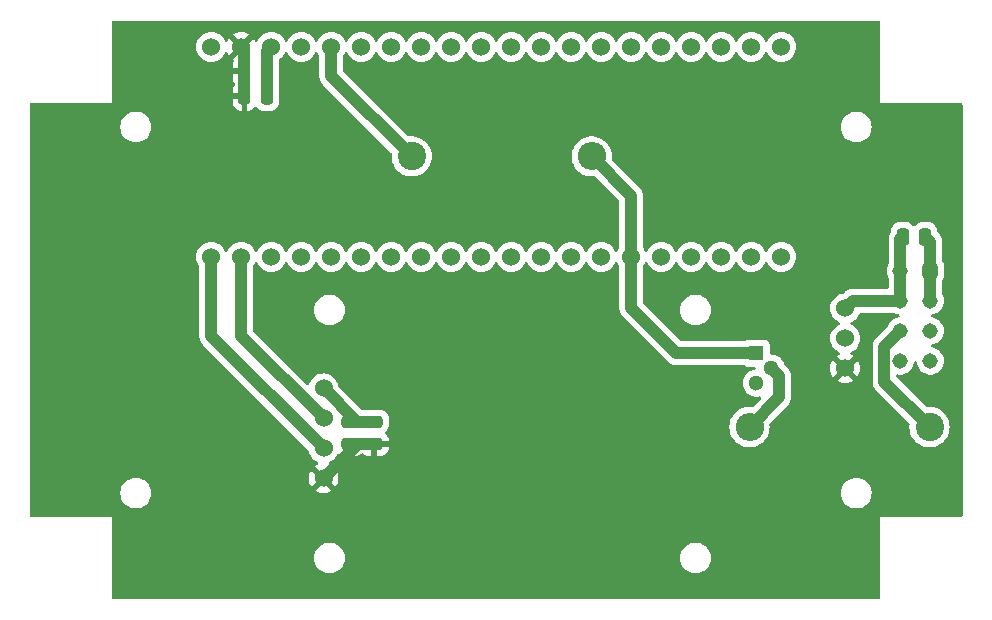
<source format=gbr>
%TF.GenerationSoftware,KiCad,Pcbnew,7.0.5*%
%TF.CreationDate,2024-02-27T08:06:29+01:00*%
%TF.ProjectId,Zeitmessung,5a656974-6d65-4737-9375-6e672e6b6963,rev?*%
%TF.SameCoordinates,Original*%
%TF.FileFunction,Copper,L1,Top*%
%TF.FilePolarity,Positive*%
%FSLAX46Y46*%
G04 Gerber Fmt 4.6, Leading zero omitted, Abs format (unit mm)*
G04 Created by KiCad (PCBNEW 7.0.5) date 2024-02-27 08:06:29*
%MOMM*%
%LPD*%
G01*
G04 APERTURE LIST*
G04 Aperture macros list*
%AMRoundRect*
0 Rectangle with rounded corners*
0 $1 Rounding radius*
0 $2 $3 $4 $5 $6 $7 $8 $9 X,Y pos of 4 corners*
0 Add a 4 corners polygon primitive as box body*
4,1,4,$2,$3,$4,$5,$6,$7,$8,$9,$2,$3,0*
0 Add four circle primitives for the rounded corners*
1,1,$1+$1,$2,$3*
1,1,$1+$1,$4,$5*
1,1,$1+$1,$6,$7*
1,1,$1+$1,$8,$9*
0 Add four rect primitives between the rounded corners*
20,1,$1+$1,$2,$3,$4,$5,0*
20,1,$1+$1,$4,$5,$6,$7,0*
20,1,$1+$1,$6,$7,$8,$9,0*
20,1,$1+$1,$8,$9,$2,$3,0*%
G04 Aperture macros list end*
%TA.AperFunction,SMDPad,CuDef*%
%ADD10RoundRect,0.250000X-0.250000X-0.475000X0.250000X-0.475000X0.250000X0.475000X-0.250000X0.475000X0*%
%TD*%
%TA.AperFunction,ComponentPad*%
%ADD11C,1.524000*%
%TD*%
%TA.AperFunction,ComponentPad*%
%ADD12C,2.400000*%
%TD*%
%TA.AperFunction,ComponentPad*%
%ADD13O,2.400000X2.400000*%
%TD*%
%TA.AperFunction,SMDPad,CuDef*%
%ADD14RoundRect,0.250000X0.475000X-0.250000X0.475000X0.250000X-0.475000X0.250000X-0.475000X-0.250000X0*%
%TD*%
%TA.AperFunction,ComponentPad*%
%ADD15R,1.300000X1.300000*%
%TD*%
%TA.AperFunction,ComponentPad*%
%ADD16C,1.300000*%
%TD*%
%TA.AperFunction,ComponentPad*%
%ADD17RoundRect,0.250000X-0.405000X0.405000X-0.405000X-0.405000X0.405000X-0.405000X0.405000X0.405000X0*%
%TD*%
%TA.AperFunction,ComponentPad*%
%ADD18C,1.310000*%
%TD*%
%TA.AperFunction,Conductor*%
%ADD19C,1.000000*%
%TD*%
G04 APERTURE END LIST*
D10*
%TO.P,C5,1*%
%TO.N,+24V*%
X159950000Y-52300000D03*
%TO.P,C5,2*%
%TO.N,GND*%
X161850000Y-52300000D03*
%TD*%
D11*
%TO.P,U2,1,VCC*%
%TO.N,+5V*%
X110890000Y-72760000D03*
%TO.P,U2,2,Rx*%
%TO.N,Net-(U1-GP2)*%
X110890000Y-70220000D03*
%TO.P,U2,3,Tx*%
%TO.N,Net-(U1-GP3)*%
X110890000Y-67680000D03*
%TO.P,U2,4,GND*%
%TO.N,GND*%
X110890000Y-65140000D03*
%TD*%
D12*
%TO.P,R1,1*%
%TO.N,Net-(U1-3V3(OUT))*%
X118360000Y-45500000D03*
D13*
%TO.P,R1,2*%
%TO.N,Net-(Q1-C)*%
X133600000Y-45500000D03*
%TD*%
D10*
%TO.P,C4,1*%
%TO.N,+5V*%
X104200000Y-40400000D03*
%TO.P,C4,2*%
%TO.N,GND*%
X106100000Y-40400000D03*
%TD*%
D14*
%TO.P,C1,1*%
%TO.N,+5V*%
X113100000Y-69850000D03*
%TO.P,C1,2*%
%TO.N,GND*%
X113100000Y-67950000D03*
%TD*%
D10*
%TO.P,C3,1*%
%TO.N,+5V*%
X104200000Y-38300000D03*
%TO.P,C3,2*%
%TO.N,GND*%
X106100000Y-38300000D03*
%TD*%
D15*
%TO.P,Q1,1,C*%
%TO.N,Net-(Q1-C)*%
X147530000Y-62160000D03*
D16*
%TO.P,Q1,2,B*%
%TO.N,Net-(Q1-B)*%
X148800000Y-63430000D03*
%TO.P,Q1,3,E*%
%TO.N,GND*%
X147530000Y-64700000D03*
%TD*%
D17*
%TO.P,J1,1,Pin_1*%
%TO.N,GND*%
X162270000Y-55190000D03*
D18*
%TO.P,J1,2,Pin_2*%
%TO.N,+24V*%
X159730000Y-55190000D03*
%TO.P,J1,3,Pin_3*%
%TO.N,GND*%
X162270000Y-57730000D03*
%TO.P,J1,4,Pin_4*%
%TO.N,+24V*%
X159730000Y-57730000D03*
%TO.P,J1,5,Pin_5*%
%TO.N,unconnected-(J1-Pin_5-Pad5)*%
X162270000Y-60270000D03*
%TO.P,J1,6,Pin_6*%
%TO.N,Net-(J1-Pin_6)*%
X159730000Y-60270000D03*
%TO.P,J1,7,Pin_7*%
%TO.N,unconnected-(J1-Pin_7-Pad7)*%
X162270000Y-62810000D03*
%TO.P,J1,8,Pin_8*%
%TO.N,unconnected-(J1-Pin_8-Pad8)*%
X159730000Y-62810000D03*
%TD*%
D11*
%TO.P,U3,1,IN*%
%TO.N,+24V*%
X155060000Y-58360000D03*
%TO.P,U3,2,GND*%
%TO.N,GND*%
X155060000Y-60900000D03*
%TO.P,U3,3,OUT*%
%TO.N,+5V*%
X155060000Y-63440000D03*
%TD*%
%TO.P,U1,1,GP2*%
%TO.N,Net-(U1-GP2)*%
X101380000Y-54000000D03*
%TO.P,U1,2,GP3*%
%TO.N,Net-(U1-GP3)*%
X103920000Y-54000000D03*
%TO.P,U1,3,GND*%
%TO.N,GND*%
X106460000Y-54000000D03*
%TO.P,U1,4,GP4*%
%TO.N,unconnected-(U1-GP4-Pad4)*%
X109000000Y-54000000D03*
%TO.P,U1,5,GP5*%
%TO.N,unconnected-(U1-GP5-Pad5)*%
X111540000Y-54000000D03*
%TO.P,U1,6,GP43*%
%TO.N,unconnected-(U1-GP43-Pad6)*%
X114080000Y-54000000D03*
%TO.P,U1,7,GP44*%
%TO.N,unconnected-(U1-GP44-Pad7)*%
X116620000Y-54000000D03*
%TO.P,U1,8,GND*%
%TO.N,GND*%
X119160000Y-54000000D03*
%TO.P,U1,9,GP14*%
%TO.N,unconnected-(U1-GP14-Pad9)*%
X121700000Y-54000000D03*
%TO.P,U1,10,GP15*%
%TO.N,unconnected-(U1-GP15-Pad10)*%
X124240000Y-54000000D03*
%TO.P,U1,11,GP16*%
%TO.N,unconnected-(U1-GP16-Pad11)*%
X126780000Y-54000000D03*
%TO.P,U1,12,GP17*%
%TO.N,unconnected-(U1-GP17-Pad12)*%
X129320000Y-54000000D03*
%TO.P,U1,13,GND*%
%TO.N,GND*%
X131860000Y-54000000D03*
%TO.P,U1,14,GP10*%
%TO.N,unconnected-(U1-GP10-Pad14)*%
X134400000Y-54000000D03*
%TO.P,U1,15,GP11*%
%TO.N,Net-(Q1-C)*%
X136940000Y-54000000D03*
%TO.P,U1,16,GP12*%
%TO.N,unconnected-(U1-GP12-Pad16)*%
X139480000Y-54000000D03*
%TO.P,U1,17,GP13*%
%TO.N,unconnected-(U1-GP13-Pad17)*%
X142020000Y-54000000D03*
%TO.P,U1,18,GND*%
%TO.N,GND*%
X144560000Y-54000000D03*
%TO.P,U1,19,GP34*%
%TO.N,unconnected-(U1-GP34-Pad19)*%
X147100000Y-54000000D03*
%TO.P,U1,20,GP35*%
%TO.N,unconnected-(U1-GP35-Pad20)*%
X149640000Y-54000000D03*
%TO.P,U1,21,GP36*%
%TO.N,unconnected-(U1-GP36-Pad21)*%
X149640000Y-36220000D03*
%TO.P,U1,22,GP37*%
%TO.N,unconnected-(U1-GP37-Pad22)*%
X147100000Y-36220000D03*
%TO.P,U1,23,GND*%
%TO.N,GND*%
X144560000Y-36220000D03*
%TO.P,U1,24,GP38*%
%TO.N,unconnected-(U1-GP38-Pad24)*%
X142020000Y-36220000D03*
%TO.P,U1,25,GP39*%
%TO.N,unconnected-(U1-GP39-Pad25)*%
X139480000Y-36220000D03*
%TO.P,U1,26,GP40*%
%TO.N,unconnected-(U1-GP40-Pad26)*%
X136940000Y-36220000D03*
%TO.P,U1,27,GP41*%
%TO.N,unconnected-(U1-GP41-Pad27)*%
X134400000Y-36220000D03*
%TO.P,U1,28,GND*%
%TO.N,GND*%
X131860000Y-36220000D03*
%TO.P,U1,29,GP42*%
%TO.N,unconnected-(U1-GP42-Pad29)*%
X129320000Y-36220000D03*
%TO.P,U1,30,RUN*%
%TO.N,unconnected-(U1-RUN-Pad30)*%
X126780000Y-36220000D03*
%TO.P,U1,31,GP6*%
%TO.N,unconnected-(U1-GP6-Pad31)*%
X124240000Y-36220000D03*
%TO.P,U1,32,GP7*%
%TO.N,unconnected-(U1-GP7-Pad32)*%
X121700000Y-36220000D03*
%TO.P,U1,33,GND*%
%TO.N,GND*%
X119160000Y-36220000D03*
%TO.P,U1,34,GP8*%
%TO.N,unconnected-(U1-GP8-Pad34)*%
X116620000Y-36220000D03*
%TO.P,U1,35*%
%TO.N,unconnected-(U1-Pad35)*%
X114080000Y-36220000D03*
%TO.P,U1,36,3V3(OUT)*%
%TO.N,Net-(U1-3V3(OUT))*%
X111540000Y-36220000D03*
%TO.P,U1,37,3V3_EN*%
%TO.N,unconnected-(U1-3V3_EN-Pad37)*%
X109000000Y-36220000D03*
%TO.P,U1,38,GND*%
%TO.N,GND*%
X106460000Y-36220000D03*
%TO.P,U1,39,VSYS*%
%TO.N,+5V*%
X103920000Y-36220000D03*
%TO.P,U1,40,VBUS*%
%TO.N,unconnected-(U1-VBUS-Pad40)*%
X101380000Y-36220000D03*
%TD*%
D14*
%TO.P,C2,1*%
%TO.N,+5V*%
X115200000Y-69850000D03*
%TO.P,C2,2*%
%TO.N,GND*%
X115200000Y-67950000D03*
%TD*%
D12*
%TO.P,R2,1*%
%TO.N,Net-(J1-Pin_6)*%
X162200000Y-68400000D03*
D13*
%TO.P,R2,2*%
%TO.N,Net-(Q1-B)*%
X146960000Y-68400000D03*
%TD*%
D19*
%TO.N,GND*%
X106100000Y-40400000D02*
X106100000Y-38300000D01*
X115200000Y-67950000D02*
X113100000Y-67950000D01*
X115200000Y-67950000D02*
X113700000Y-67950000D01*
X106100000Y-38300000D02*
X106100000Y-36580000D01*
X113700000Y-67950000D02*
X110890000Y-65140000D01*
X162270000Y-52720000D02*
X161850000Y-52300000D01*
X162270000Y-55190000D02*
X162270000Y-52720000D01*
X162270000Y-57730000D02*
X162270000Y-55190000D01*
X106100000Y-36580000D02*
X106460000Y-36220000D01*
%TO.N,+24V*%
X159730000Y-52520000D02*
X159950000Y-52300000D01*
X159730000Y-57730000D02*
X155690000Y-57730000D01*
X159730000Y-57730000D02*
X159730000Y-55190000D01*
X159730000Y-55190000D02*
X159730000Y-52520000D01*
X155690000Y-57730000D02*
X155060000Y-58360000D01*
%TO.N,Net-(J1-Pin_6)*%
X159730000Y-60270000D02*
X158375000Y-61625000D01*
X158375000Y-64575000D02*
X162200000Y-68400000D01*
X158375000Y-61625000D02*
X158375000Y-64575000D01*
%TO.N,Net-(Q1-C)*%
X147530000Y-62160000D02*
X140760000Y-62160000D01*
X136940000Y-48840000D02*
X133600000Y-45500000D01*
X140760000Y-62160000D02*
X136940000Y-58340000D01*
X136940000Y-58340000D02*
X136940000Y-54000000D01*
X136940000Y-54000000D02*
X136940000Y-48840000D01*
%TO.N,Net-(Q1-B)*%
X149449999Y-64079999D02*
X149449999Y-65910001D01*
X149449999Y-65910001D02*
X146960000Y-68400000D01*
X148800000Y-63430000D02*
X149449999Y-64079999D01*
%TO.N,Net-(U1-3V3(OUT))*%
X111540000Y-36220000D02*
X111540000Y-38680000D01*
X111540000Y-38680000D02*
X118360000Y-45500000D01*
%TO.N,Net-(U1-GP2)*%
X101380000Y-60710000D02*
X101380000Y-54000000D01*
X110890000Y-70220000D02*
X101380000Y-60710000D01*
%TO.N,Net-(U1-GP3)*%
X103920000Y-60710000D02*
X103920000Y-54000000D01*
X110890000Y-67680000D02*
X103920000Y-60710000D01*
%TO.N,+5V*%
X104200000Y-40400000D02*
X104200000Y-38300000D01*
X115200000Y-69850000D02*
X113800000Y-69850000D01*
X113100000Y-69850000D02*
X115200000Y-69850000D01*
X104200000Y-38300000D02*
X104200000Y-36500000D01*
X104200000Y-36500000D02*
X103920000Y-36220000D01*
X113800000Y-69850000D02*
X110890000Y-72760000D01*
%TD*%
%TA.AperFunction,Conductor*%
%TO.N,+5V*%
G36*
X157943039Y-34019685D02*
G01*
X157988794Y-34072489D01*
X158000000Y-34123999D01*
X158000000Y-41000000D01*
X164876000Y-41000000D01*
X164943039Y-41019685D01*
X164988794Y-41072489D01*
X165000000Y-41124000D01*
X165000000Y-75876000D01*
X164980315Y-75943039D01*
X164927511Y-75988794D01*
X164876000Y-76000000D01*
X158000000Y-76000000D01*
X158000000Y-82876000D01*
X157980315Y-82943039D01*
X157927511Y-82988794D01*
X157876000Y-83000000D01*
X93124000Y-83000000D01*
X93056961Y-82980315D01*
X93011206Y-82927511D01*
X93000000Y-82876000D01*
X93000000Y-79500001D01*
X110094532Y-79500001D01*
X110114364Y-79726686D01*
X110114366Y-79726697D01*
X110173258Y-79946488D01*
X110173261Y-79946497D01*
X110269431Y-80152732D01*
X110269432Y-80152734D01*
X110399954Y-80339141D01*
X110560858Y-80500045D01*
X110560861Y-80500047D01*
X110747266Y-80630568D01*
X110953504Y-80726739D01*
X111173308Y-80785635D01*
X111343214Y-80800499D01*
X111343215Y-80800500D01*
X111343216Y-80800500D01*
X111456785Y-80800500D01*
X111456785Y-80800499D01*
X111626692Y-80785635D01*
X111846496Y-80726739D01*
X112052734Y-80630568D01*
X112239139Y-80500047D01*
X112400047Y-80339139D01*
X112530568Y-80152734D01*
X112626739Y-79946496D01*
X112685635Y-79726692D01*
X112705468Y-79500001D01*
X141094532Y-79500001D01*
X141114364Y-79726686D01*
X141114366Y-79726697D01*
X141173258Y-79946488D01*
X141173261Y-79946497D01*
X141269431Y-80152732D01*
X141269432Y-80152734D01*
X141399954Y-80339141D01*
X141560858Y-80500045D01*
X141560861Y-80500047D01*
X141747266Y-80630568D01*
X141953504Y-80726739D01*
X142173308Y-80785635D01*
X142343214Y-80800499D01*
X142343215Y-80800500D01*
X142343216Y-80800500D01*
X142456785Y-80800500D01*
X142456785Y-80800499D01*
X142626692Y-80785635D01*
X142846496Y-80726739D01*
X143052734Y-80630568D01*
X143239139Y-80500047D01*
X143400047Y-80339139D01*
X143530568Y-80152734D01*
X143626739Y-79946496D01*
X143685635Y-79726692D01*
X143705468Y-79500000D01*
X143685635Y-79273308D01*
X143626739Y-79053504D01*
X143530568Y-78847266D01*
X143400047Y-78660861D01*
X143400045Y-78660858D01*
X143239141Y-78499954D01*
X143052734Y-78369432D01*
X143052732Y-78369431D01*
X142846497Y-78273261D01*
X142846488Y-78273258D01*
X142626697Y-78214366D01*
X142626687Y-78214364D01*
X142456785Y-78199500D01*
X142456784Y-78199500D01*
X142343216Y-78199500D01*
X142343215Y-78199500D01*
X142173312Y-78214364D01*
X142173302Y-78214366D01*
X141953511Y-78273258D01*
X141953502Y-78273261D01*
X141747267Y-78369431D01*
X141747265Y-78369432D01*
X141560858Y-78499954D01*
X141399954Y-78660858D01*
X141269432Y-78847265D01*
X141269431Y-78847267D01*
X141173261Y-79053502D01*
X141173258Y-79053511D01*
X141114366Y-79273302D01*
X141114364Y-79273313D01*
X141094532Y-79499998D01*
X141094532Y-79500001D01*
X112705468Y-79500001D01*
X112705468Y-79500000D01*
X112685635Y-79273308D01*
X112626739Y-79053504D01*
X112530568Y-78847266D01*
X112400047Y-78660861D01*
X112400045Y-78660858D01*
X112239141Y-78499954D01*
X112052734Y-78369432D01*
X112052732Y-78369431D01*
X111846497Y-78273261D01*
X111846488Y-78273258D01*
X111626697Y-78214366D01*
X111626687Y-78214364D01*
X111456785Y-78199500D01*
X111456784Y-78199500D01*
X111343216Y-78199500D01*
X111343215Y-78199500D01*
X111173312Y-78214364D01*
X111173302Y-78214366D01*
X110953511Y-78273258D01*
X110953502Y-78273261D01*
X110747267Y-78369431D01*
X110747265Y-78369432D01*
X110560858Y-78499954D01*
X110399954Y-78660858D01*
X110269432Y-78847265D01*
X110269431Y-78847267D01*
X110173261Y-79053502D01*
X110173258Y-79053511D01*
X110114366Y-79273302D01*
X110114364Y-79273313D01*
X110094532Y-79499998D01*
X110094532Y-79500001D01*
X93000000Y-79500001D01*
X93000000Y-76000000D01*
X86124000Y-76000000D01*
X86056961Y-75980315D01*
X86011206Y-75927511D01*
X86000000Y-75876000D01*
X86000000Y-74000001D01*
X93694532Y-74000001D01*
X93714364Y-74226686D01*
X93714366Y-74226697D01*
X93773258Y-74446488D01*
X93773261Y-74446497D01*
X93869431Y-74652732D01*
X93869432Y-74652734D01*
X93999954Y-74839141D01*
X94160858Y-75000045D01*
X94160861Y-75000047D01*
X94347266Y-75130568D01*
X94553504Y-75226739D01*
X94773308Y-75285635D01*
X94943214Y-75300499D01*
X94943215Y-75300500D01*
X94943216Y-75300500D01*
X95056785Y-75300500D01*
X95056785Y-75300499D01*
X95226692Y-75285635D01*
X95446496Y-75226739D01*
X95652734Y-75130568D01*
X95839139Y-75000047D01*
X96000047Y-74839139D01*
X96130568Y-74652734D01*
X96226739Y-74446496D01*
X96285635Y-74226692D01*
X96304805Y-74007575D01*
X96305468Y-74000001D01*
X96305468Y-73999998D01*
X96292965Y-73857093D01*
X96285635Y-73773308D01*
X96226739Y-73553504D01*
X96130568Y-73347266D01*
X96000047Y-73160861D01*
X96000045Y-73160858D01*
X95839141Y-72999954D01*
X95652734Y-72869432D01*
X95652732Y-72869431D01*
X95446497Y-72773261D01*
X95446488Y-72773258D01*
X95226697Y-72714366D01*
X95226687Y-72714364D01*
X95056785Y-72699500D01*
X95056784Y-72699500D01*
X94943216Y-72699500D01*
X94943215Y-72699500D01*
X94773312Y-72714364D01*
X94773302Y-72714366D01*
X94553511Y-72773258D01*
X94553502Y-72773261D01*
X94347267Y-72869431D01*
X94347265Y-72869432D01*
X94160858Y-72999954D01*
X93999954Y-73160858D01*
X93869432Y-73347265D01*
X93869431Y-73347267D01*
X93773261Y-73553502D01*
X93773258Y-73553511D01*
X93714366Y-73773302D01*
X93714364Y-73773313D01*
X93694532Y-73999998D01*
X93694532Y-74000001D01*
X86000000Y-74000001D01*
X86000000Y-54000002D01*
X100112677Y-54000002D01*
X100131929Y-54220062D01*
X100131930Y-54220070D01*
X100189104Y-54433445D01*
X100189105Y-54433447D01*
X100189106Y-54433450D01*
X100282466Y-54633662D01*
X100357076Y-54740216D01*
X100379402Y-54806419D01*
X100379500Y-54811337D01*
X100379500Y-60696506D01*
X100379480Y-60698076D01*
X100377243Y-60786362D01*
X100377243Y-60786370D01*
X100388064Y-60846739D01*
X100388718Y-60851404D01*
X100394925Y-60912430D01*
X100394927Y-60912444D01*
X100405208Y-60945213D01*
X100407079Y-60952837D01*
X100413142Y-60986652D01*
X100413142Y-60986655D01*
X100435894Y-61043612D01*
X100437474Y-61048051D01*
X100455841Y-61106588D01*
X100455844Y-61106595D01*
X100472509Y-61136619D01*
X100475879Y-61143714D01*
X100488622Y-61175614D01*
X100488627Y-61175624D01*
X100522377Y-61226833D01*
X100524818Y-61230863D01*
X100554588Y-61284498D01*
X100554589Y-61284499D01*
X100554591Y-61284502D01*
X100576968Y-61310567D01*
X100581693Y-61316835D01*
X100594263Y-61335906D01*
X100600598Y-61345519D01*
X100643978Y-61388899D01*
X100647169Y-61392343D01*
X100687131Y-61438892D01*
X100687130Y-61438892D01*
X100714299Y-61459923D01*
X100720186Y-61465107D01*
X105190548Y-65935468D01*
X109604913Y-70349833D01*
X109638398Y-70411156D01*
X109640760Y-70426700D01*
X109641930Y-70440067D01*
X109641930Y-70440070D01*
X109699104Y-70653445D01*
X109699105Y-70653447D01*
X109699106Y-70653450D01*
X109708383Y-70673344D01*
X109792466Y-70853662D01*
X109792468Y-70853666D01*
X109919170Y-71034615D01*
X109919175Y-71034621D01*
X110075378Y-71190824D01*
X110075384Y-71190829D01*
X110256333Y-71317531D01*
X110256335Y-71317532D01*
X110256338Y-71317534D01*
X110385781Y-71377894D01*
X110438220Y-71424066D01*
X110457372Y-71491260D01*
X110437156Y-71558141D01*
X110385781Y-71602658D01*
X110256586Y-71662903D01*
X110191812Y-71708257D01*
X110191811Y-71708258D01*
X110862554Y-72379000D01*
X110858431Y-72379000D01*
X110764579Y-72394661D01*
X110652749Y-72455180D01*
X110566629Y-72548731D01*
X110515552Y-72665177D01*
X110509894Y-72733447D01*
X109838258Y-72061811D01*
X109838257Y-72061812D01*
X109792903Y-72126586D01*
X109699579Y-72326720D01*
X109699575Y-72326729D01*
X109642426Y-72540013D01*
X109642424Y-72540023D01*
X109623179Y-72759999D01*
X109623179Y-72760000D01*
X109642424Y-72979976D01*
X109642426Y-72979986D01*
X109699575Y-73193270D01*
X109699580Y-73193284D01*
X109792899Y-73393407D01*
X109792900Y-73393409D01*
X109838258Y-73458187D01*
X110505096Y-72791349D01*
X110505051Y-72791898D01*
X110536266Y-72915162D01*
X110605813Y-73021612D01*
X110706157Y-73099713D01*
X110826422Y-73141000D01*
X110862553Y-73141000D01*
X110191811Y-73811741D01*
X110256582Y-73857094D01*
X110256592Y-73857100D01*
X110456715Y-73950419D01*
X110456729Y-73950424D01*
X110670013Y-74007573D01*
X110670023Y-74007575D01*
X110889999Y-74026821D01*
X110890001Y-74026821D01*
X111109976Y-74007575D01*
X111109986Y-74007573D01*
X111138245Y-74000001D01*
X154694532Y-74000001D01*
X154714364Y-74226686D01*
X154714366Y-74226697D01*
X154773258Y-74446488D01*
X154773261Y-74446497D01*
X154869431Y-74652732D01*
X154869432Y-74652734D01*
X154999954Y-74839141D01*
X155160858Y-75000045D01*
X155160861Y-75000047D01*
X155347266Y-75130568D01*
X155553504Y-75226739D01*
X155773308Y-75285635D01*
X155943214Y-75300499D01*
X155943215Y-75300500D01*
X155943216Y-75300500D01*
X156056785Y-75300500D01*
X156056785Y-75300499D01*
X156226692Y-75285635D01*
X156446496Y-75226739D01*
X156652734Y-75130568D01*
X156839139Y-75000047D01*
X157000047Y-74839139D01*
X157130568Y-74652734D01*
X157226739Y-74446496D01*
X157285635Y-74226692D01*
X157304805Y-74007575D01*
X157305468Y-74000001D01*
X157305468Y-73999998D01*
X157292965Y-73857093D01*
X157285635Y-73773308D01*
X157226739Y-73553504D01*
X157130568Y-73347266D01*
X157000047Y-73160861D01*
X157000045Y-73160858D01*
X156839141Y-72999954D01*
X156652734Y-72869432D01*
X156652732Y-72869431D01*
X156446497Y-72773261D01*
X156446488Y-72773258D01*
X156226697Y-72714366D01*
X156226687Y-72714364D01*
X156056785Y-72699500D01*
X156056784Y-72699500D01*
X155943216Y-72699500D01*
X155943215Y-72699500D01*
X155773312Y-72714364D01*
X155773302Y-72714366D01*
X155553511Y-72773258D01*
X155553502Y-72773261D01*
X155347267Y-72869431D01*
X155347265Y-72869432D01*
X155160858Y-72999954D01*
X154999954Y-73160858D01*
X154869432Y-73347265D01*
X154869431Y-73347267D01*
X154773261Y-73553502D01*
X154773258Y-73553511D01*
X154714366Y-73773302D01*
X154714364Y-73773313D01*
X154694532Y-73999998D01*
X154694532Y-74000001D01*
X111138245Y-74000001D01*
X111323270Y-73950424D01*
X111323284Y-73950419D01*
X111523408Y-73857100D01*
X111523420Y-73857093D01*
X111588186Y-73811742D01*
X111588187Y-73811740D01*
X110917448Y-73141000D01*
X110921569Y-73141000D01*
X111015421Y-73125339D01*
X111127251Y-73064820D01*
X111213371Y-72971269D01*
X111264448Y-72854823D01*
X111270105Y-72786552D01*
X111941740Y-73458187D01*
X111941742Y-73458186D01*
X111987093Y-73393420D01*
X111987100Y-73393408D01*
X112080419Y-73193284D01*
X112080424Y-73193270D01*
X112137573Y-72979986D01*
X112137575Y-72979976D01*
X112156821Y-72760000D01*
X112156821Y-72759999D01*
X112137575Y-72540023D01*
X112137573Y-72540013D01*
X112080424Y-72326729D01*
X112080420Y-72326720D01*
X111987098Y-72126590D01*
X111941740Y-72061811D01*
X111274903Y-72728648D01*
X111274949Y-72728102D01*
X111243734Y-72604838D01*
X111174187Y-72498388D01*
X111073843Y-72420287D01*
X110953578Y-72379000D01*
X110917447Y-72379000D01*
X111588187Y-71708258D01*
X111523409Y-71662900D01*
X111523407Y-71662899D01*
X111394219Y-71602658D01*
X111341779Y-71556486D01*
X111322627Y-71489293D01*
X111342843Y-71422411D01*
X111394219Y-71377894D01*
X111523662Y-71317534D01*
X111704620Y-71190826D01*
X111860826Y-71034620D01*
X111987534Y-70853662D01*
X112024855Y-70773625D01*
X112071027Y-70721186D01*
X112138220Y-70702034D01*
X112202334Y-70720491D01*
X112305875Y-70784356D01*
X112305880Y-70784358D01*
X112472302Y-70839505D01*
X112472309Y-70839506D01*
X112575019Y-70849999D01*
X112849998Y-70849999D01*
X112849999Y-70849998D01*
X112850000Y-70100000D01*
X113350000Y-70100000D01*
X113350000Y-70849999D01*
X113624972Y-70849999D01*
X113624986Y-70849998D01*
X113727697Y-70839505D01*
X113894119Y-70784358D01*
X113894124Y-70784356D01*
X114043347Y-70692314D01*
X114062317Y-70673344D01*
X114123639Y-70639857D01*
X114193331Y-70644840D01*
X114237683Y-70673344D01*
X114256652Y-70692314D01*
X114405875Y-70784356D01*
X114405880Y-70784358D01*
X114572302Y-70839505D01*
X114572309Y-70839506D01*
X114675019Y-70849999D01*
X114949999Y-70849999D01*
X114950000Y-70849998D01*
X114950000Y-70100000D01*
X115449999Y-70100000D01*
X115449999Y-70849998D01*
X115450000Y-70849999D01*
X115724972Y-70849999D01*
X115724986Y-70849998D01*
X115827697Y-70839505D01*
X115994119Y-70784358D01*
X115994124Y-70784356D01*
X116143345Y-70692315D01*
X116267315Y-70568345D01*
X116359356Y-70419124D01*
X116359358Y-70419119D01*
X116414505Y-70252697D01*
X116414506Y-70252690D01*
X116424999Y-70149986D01*
X116425000Y-70149973D01*
X116425000Y-70100000D01*
X115449999Y-70100000D01*
X114950000Y-70100000D01*
X113350000Y-70100000D01*
X112850000Y-70100000D01*
X112850000Y-69724000D01*
X112869685Y-69656960D01*
X112922489Y-69611206D01*
X112974000Y-69600000D01*
X116424999Y-69600000D01*
X116424999Y-69550028D01*
X116424998Y-69550013D01*
X116414505Y-69447302D01*
X116359358Y-69280880D01*
X116359356Y-69280875D01*
X116267315Y-69131654D01*
X116143344Y-69007683D01*
X116143341Y-69007681D01*
X116140339Y-69005829D01*
X116138713Y-69004021D01*
X116137677Y-69003202D01*
X116137817Y-69003024D01*
X116093617Y-68953880D01*
X116082397Y-68884917D01*
X116110243Y-68820836D01*
X116140344Y-68794754D01*
X116143656Y-68792712D01*
X116267712Y-68668656D01*
X116359814Y-68519334D01*
X116414999Y-68352797D01*
X116425500Y-68250009D01*
X116425499Y-67649992D01*
X116414999Y-67547203D01*
X116359814Y-67380666D01*
X116267712Y-67231344D01*
X116143656Y-67107288D01*
X115994334Y-67015186D01*
X115827797Y-66960001D01*
X115827795Y-66960000D01*
X115725016Y-66949500D01*
X115725009Y-66949500D01*
X115301742Y-66949500D01*
X115301741Y-66949500D01*
X114165783Y-66949500D01*
X114098744Y-66929815D01*
X114078102Y-66913181D01*
X112175085Y-65010165D01*
X112141600Y-64948842D01*
X112139238Y-64933287D01*
X112138070Y-64919935D01*
X112138070Y-64919932D01*
X112080894Y-64706550D01*
X111987534Y-64506339D01*
X111860826Y-64325380D01*
X111704620Y-64169174D01*
X111704616Y-64169171D01*
X111704615Y-64169170D01*
X111523666Y-64042468D01*
X111523662Y-64042466D01*
X111440388Y-64003635D01*
X111323450Y-63949106D01*
X111323447Y-63949105D01*
X111323445Y-63949104D01*
X111110070Y-63891930D01*
X111110062Y-63891929D01*
X110890002Y-63872677D01*
X110889998Y-63872677D01*
X110669937Y-63891929D01*
X110669929Y-63891930D01*
X110456554Y-63949104D01*
X110456548Y-63949107D01*
X110256340Y-64042465D01*
X110256338Y-64042466D01*
X110075377Y-64169175D01*
X109919175Y-64325377D01*
X109792466Y-64506338D01*
X109792465Y-64506340D01*
X109699107Y-64706548D01*
X109699101Y-64706563D01*
X109677001Y-64789040D01*
X109640636Y-64848700D01*
X109577789Y-64879228D01*
X109508413Y-64870933D01*
X109469546Y-64844626D01*
X104956818Y-60331898D01*
X104923333Y-60270575D01*
X104920499Y-60244217D01*
X104920499Y-58500001D01*
X110094532Y-58500001D01*
X110114364Y-58726686D01*
X110114366Y-58726697D01*
X110173258Y-58946488D01*
X110173261Y-58946497D01*
X110269431Y-59152732D01*
X110269432Y-59152734D01*
X110399954Y-59339141D01*
X110560858Y-59500045D01*
X110560861Y-59500047D01*
X110747266Y-59630568D01*
X110953504Y-59726739D01*
X111173308Y-59785635D01*
X111343214Y-59800499D01*
X111343215Y-59800500D01*
X111343216Y-59800500D01*
X111456785Y-59800500D01*
X111456785Y-59800499D01*
X111626692Y-59785635D01*
X111846496Y-59726739D01*
X112052734Y-59630568D01*
X112239139Y-59500047D01*
X112400047Y-59339139D01*
X112530568Y-59152734D01*
X112626739Y-58946496D01*
X112685635Y-58726692D01*
X112705468Y-58500000D01*
X112685635Y-58273308D01*
X112626739Y-58053504D01*
X112530568Y-57847266D01*
X112400047Y-57660861D01*
X112400045Y-57660858D01*
X112239141Y-57499954D01*
X112052734Y-57369432D01*
X112052732Y-57369431D01*
X111846497Y-57273261D01*
X111846488Y-57273258D01*
X111626697Y-57214366D01*
X111626687Y-57214364D01*
X111456785Y-57199500D01*
X111456784Y-57199500D01*
X111343216Y-57199500D01*
X111343215Y-57199500D01*
X111173312Y-57214364D01*
X111173302Y-57214366D01*
X110953511Y-57273258D01*
X110953502Y-57273261D01*
X110747267Y-57369431D01*
X110747265Y-57369432D01*
X110560858Y-57499954D01*
X110399954Y-57660858D01*
X110269432Y-57847265D01*
X110269431Y-57847267D01*
X110173261Y-58053502D01*
X110173258Y-58053511D01*
X110114366Y-58273302D01*
X110114364Y-58273313D01*
X110094532Y-58499998D01*
X110094532Y-58500001D01*
X104920499Y-58500001D01*
X104920499Y-57545377D01*
X104920499Y-54811333D01*
X104940184Y-54744298D01*
X104942880Y-54740277D01*
X105017534Y-54633662D01*
X105077617Y-54504811D01*
X105123790Y-54452371D01*
X105190983Y-54433219D01*
X105257865Y-54453435D01*
X105302382Y-54504811D01*
X105362464Y-54633658D01*
X105362468Y-54633666D01*
X105489170Y-54814615D01*
X105489175Y-54814621D01*
X105645378Y-54970824D01*
X105645384Y-54970829D01*
X105826333Y-55097531D01*
X105826335Y-55097532D01*
X105826338Y-55097534D01*
X106026550Y-55190894D01*
X106239932Y-55248070D01*
X106397123Y-55261822D01*
X106459998Y-55267323D01*
X106460000Y-55267323D01*
X106460002Y-55267323D01*
X106515017Y-55262509D01*
X106680068Y-55248070D01*
X106893450Y-55190894D01*
X107093662Y-55097534D01*
X107274620Y-54970826D01*
X107430826Y-54814620D01*
X107557534Y-54633662D01*
X107617617Y-54504811D01*
X107663790Y-54452371D01*
X107730983Y-54433219D01*
X107797865Y-54453435D01*
X107842382Y-54504811D01*
X107902464Y-54633658D01*
X107902468Y-54633666D01*
X108029170Y-54814615D01*
X108029175Y-54814621D01*
X108185378Y-54970824D01*
X108185384Y-54970829D01*
X108366333Y-55097531D01*
X108366335Y-55097532D01*
X108366338Y-55097534D01*
X108566550Y-55190894D01*
X108779932Y-55248070D01*
X108937123Y-55261822D01*
X108999998Y-55267323D01*
X109000000Y-55267323D01*
X109000002Y-55267323D01*
X109055017Y-55262509D01*
X109220068Y-55248070D01*
X109433450Y-55190894D01*
X109633662Y-55097534D01*
X109814620Y-54970826D01*
X109970826Y-54814620D01*
X110097534Y-54633662D01*
X110157617Y-54504811D01*
X110203790Y-54452371D01*
X110270983Y-54433219D01*
X110337865Y-54453435D01*
X110382382Y-54504811D01*
X110442464Y-54633658D01*
X110442468Y-54633666D01*
X110569170Y-54814615D01*
X110569175Y-54814621D01*
X110725378Y-54970824D01*
X110725384Y-54970829D01*
X110906333Y-55097531D01*
X110906335Y-55097532D01*
X110906338Y-55097534D01*
X111106550Y-55190894D01*
X111319932Y-55248070D01*
X111477123Y-55261822D01*
X111539998Y-55267323D01*
X111540000Y-55267323D01*
X111540002Y-55267323D01*
X111595016Y-55262509D01*
X111760068Y-55248070D01*
X111973450Y-55190894D01*
X112173662Y-55097534D01*
X112354620Y-54970826D01*
X112510826Y-54814620D01*
X112637534Y-54633662D01*
X112697620Y-54504806D01*
X112743788Y-54452372D01*
X112810982Y-54433219D01*
X112877863Y-54453434D01*
X112922381Y-54504810D01*
X112982466Y-54633662D01*
X112982468Y-54633666D01*
X113109170Y-54814615D01*
X113109175Y-54814621D01*
X113265378Y-54970824D01*
X113265384Y-54970829D01*
X113446333Y-55097531D01*
X113446335Y-55097532D01*
X113446338Y-55097534D01*
X113646550Y-55190894D01*
X113859932Y-55248070D01*
X114017123Y-55261822D01*
X114079998Y-55267323D01*
X114080000Y-55267323D01*
X114080002Y-55267323D01*
X114135017Y-55262509D01*
X114300068Y-55248070D01*
X114513450Y-55190894D01*
X114713662Y-55097534D01*
X114894620Y-54970826D01*
X115050826Y-54814620D01*
X115177534Y-54633662D01*
X115237617Y-54504811D01*
X115283790Y-54452371D01*
X115350983Y-54433219D01*
X115417865Y-54453435D01*
X115462382Y-54504811D01*
X115522464Y-54633658D01*
X115522468Y-54633666D01*
X115649170Y-54814615D01*
X115649175Y-54814621D01*
X115805378Y-54970824D01*
X115805384Y-54970829D01*
X115986333Y-55097531D01*
X115986335Y-55097532D01*
X115986338Y-55097534D01*
X116186550Y-55190894D01*
X116399932Y-55248070D01*
X116557123Y-55261822D01*
X116619998Y-55267323D01*
X116620000Y-55267323D01*
X116620002Y-55267323D01*
X116675017Y-55262509D01*
X116840068Y-55248070D01*
X117053450Y-55190894D01*
X117253662Y-55097534D01*
X117434620Y-54970826D01*
X117590826Y-54814620D01*
X117717534Y-54633662D01*
X117777620Y-54504806D01*
X117823788Y-54452372D01*
X117890982Y-54433219D01*
X117957863Y-54453434D01*
X118002381Y-54504810D01*
X118062466Y-54633662D01*
X118062468Y-54633666D01*
X118189170Y-54814615D01*
X118189175Y-54814621D01*
X118345378Y-54970824D01*
X118345384Y-54970829D01*
X118526333Y-55097531D01*
X118526335Y-55097532D01*
X118526338Y-55097534D01*
X118726550Y-55190894D01*
X118939932Y-55248070D01*
X119097123Y-55261822D01*
X119159998Y-55267323D01*
X119160000Y-55267323D01*
X119160002Y-55267323D01*
X119215017Y-55262509D01*
X119380068Y-55248070D01*
X119593450Y-55190894D01*
X119793662Y-55097534D01*
X119974620Y-54970826D01*
X120130826Y-54814620D01*
X120257534Y-54633662D01*
X120317617Y-54504811D01*
X120363790Y-54452371D01*
X120430983Y-54433219D01*
X120497865Y-54453435D01*
X120542382Y-54504811D01*
X120602464Y-54633658D01*
X120602468Y-54633666D01*
X120729170Y-54814615D01*
X120729175Y-54814621D01*
X120885378Y-54970824D01*
X120885384Y-54970829D01*
X121066333Y-55097531D01*
X121066335Y-55097532D01*
X121066338Y-55097534D01*
X121266550Y-55190894D01*
X121479932Y-55248070D01*
X121637123Y-55261822D01*
X121699998Y-55267323D01*
X121700000Y-55267323D01*
X121700002Y-55267323D01*
X121755016Y-55262509D01*
X121920068Y-55248070D01*
X122133450Y-55190894D01*
X122333662Y-55097534D01*
X122514620Y-54970826D01*
X122670826Y-54814620D01*
X122797534Y-54633662D01*
X122857620Y-54504806D01*
X122903788Y-54452372D01*
X122970982Y-54433219D01*
X123037863Y-54453434D01*
X123082381Y-54504810D01*
X123142466Y-54633662D01*
X123142468Y-54633666D01*
X123269170Y-54814615D01*
X123269175Y-54814621D01*
X123425378Y-54970824D01*
X123425384Y-54970829D01*
X123606333Y-55097531D01*
X123606335Y-55097532D01*
X123606338Y-55097534D01*
X123806550Y-55190894D01*
X124019932Y-55248070D01*
X124177123Y-55261822D01*
X124239998Y-55267323D01*
X124240000Y-55267323D01*
X124240002Y-55267323D01*
X124295017Y-55262509D01*
X124460068Y-55248070D01*
X124673450Y-55190894D01*
X124873662Y-55097534D01*
X125054620Y-54970826D01*
X125210826Y-54814620D01*
X125337534Y-54633662D01*
X125397617Y-54504811D01*
X125443790Y-54452371D01*
X125510983Y-54433219D01*
X125577865Y-54453435D01*
X125622382Y-54504811D01*
X125682464Y-54633658D01*
X125682468Y-54633666D01*
X125809170Y-54814615D01*
X125809175Y-54814621D01*
X125965378Y-54970824D01*
X125965384Y-54970829D01*
X126146333Y-55097531D01*
X126146335Y-55097532D01*
X126146338Y-55097534D01*
X126346550Y-55190894D01*
X126559932Y-55248070D01*
X126717123Y-55261822D01*
X126779998Y-55267323D01*
X126780000Y-55267323D01*
X126780002Y-55267323D01*
X126835017Y-55262509D01*
X127000068Y-55248070D01*
X127213450Y-55190894D01*
X127413662Y-55097534D01*
X127594620Y-54970826D01*
X127750826Y-54814620D01*
X127877534Y-54633662D01*
X127937620Y-54504806D01*
X127983788Y-54452372D01*
X128050982Y-54433219D01*
X128117863Y-54453434D01*
X128162381Y-54504810D01*
X128222466Y-54633662D01*
X128222468Y-54633666D01*
X128349170Y-54814615D01*
X128349175Y-54814621D01*
X128505378Y-54970824D01*
X128505384Y-54970829D01*
X128686333Y-55097531D01*
X128686335Y-55097532D01*
X128686338Y-55097534D01*
X128886550Y-55190894D01*
X129099932Y-55248070D01*
X129257123Y-55261822D01*
X129319998Y-55267323D01*
X129320000Y-55267323D01*
X129320002Y-55267323D01*
X129375017Y-55262509D01*
X129540068Y-55248070D01*
X129753450Y-55190894D01*
X129953662Y-55097534D01*
X130134620Y-54970826D01*
X130290826Y-54814620D01*
X130417534Y-54633662D01*
X130477617Y-54504811D01*
X130523790Y-54452371D01*
X130590983Y-54433219D01*
X130657865Y-54453435D01*
X130702382Y-54504811D01*
X130762464Y-54633658D01*
X130762468Y-54633666D01*
X130889170Y-54814615D01*
X130889175Y-54814621D01*
X131045378Y-54970824D01*
X131045384Y-54970829D01*
X131226333Y-55097531D01*
X131226335Y-55097532D01*
X131226338Y-55097534D01*
X131426550Y-55190894D01*
X131639932Y-55248070D01*
X131797123Y-55261822D01*
X131859998Y-55267323D01*
X131860000Y-55267323D01*
X131860002Y-55267323D01*
X131915016Y-55262509D01*
X132080068Y-55248070D01*
X132293450Y-55190894D01*
X132493662Y-55097534D01*
X132674620Y-54970826D01*
X132830826Y-54814620D01*
X132957534Y-54633662D01*
X133017620Y-54504806D01*
X133063788Y-54452372D01*
X133130982Y-54433219D01*
X133197863Y-54453434D01*
X133242381Y-54504810D01*
X133302466Y-54633662D01*
X133302468Y-54633666D01*
X133429170Y-54814615D01*
X133429175Y-54814621D01*
X133585378Y-54970824D01*
X133585384Y-54970829D01*
X133766333Y-55097531D01*
X133766335Y-55097532D01*
X133766338Y-55097534D01*
X133966550Y-55190894D01*
X134179932Y-55248070D01*
X134337123Y-55261822D01*
X134399998Y-55267323D01*
X134400000Y-55267323D01*
X134400002Y-55267323D01*
X134455017Y-55262509D01*
X134620068Y-55248070D01*
X134833450Y-55190894D01*
X135033662Y-55097534D01*
X135214620Y-54970826D01*
X135370826Y-54814620D01*
X135497534Y-54633662D01*
X135557617Y-54504811D01*
X135603790Y-54452371D01*
X135670983Y-54433219D01*
X135737865Y-54453435D01*
X135782382Y-54504811D01*
X135842466Y-54633662D01*
X135917076Y-54740216D01*
X135939402Y-54806419D01*
X135939500Y-54811337D01*
X135939500Y-58326506D01*
X135939480Y-58328076D01*
X135937243Y-58416362D01*
X135937243Y-58416370D01*
X135948064Y-58476739D01*
X135948718Y-58481404D01*
X135954925Y-58542430D01*
X135954927Y-58542444D01*
X135965208Y-58575213D01*
X135967079Y-58582837D01*
X135973142Y-58616652D01*
X135973142Y-58616655D01*
X135995894Y-58673612D01*
X135997474Y-58678051D01*
X136015841Y-58736588D01*
X136015844Y-58736595D01*
X136032509Y-58766619D01*
X136035879Y-58773714D01*
X136048622Y-58805614D01*
X136048627Y-58805624D01*
X136082377Y-58856833D01*
X136084818Y-58860863D01*
X136114588Y-58914498D01*
X136114589Y-58914499D01*
X136114591Y-58914502D01*
X136136968Y-58940567D01*
X136141693Y-58946835D01*
X136150436Y-58960100D01*
X136160598Y-58975519D01*
X136203978Y-59018899D01*
X136207169Y-59022343D01*
X136247131Y-59068892D01*
X136247130Y-59068892D01*
X136274299Y-59089923D01*
X136280186Y-59095107D01*
X138171732Y-60986652D01*
X140042986Y-62857906D01*
X140044051Y-62858997D01*
X140069577Y-62885850D01*
X140104940Y-62923052D01*
X140104947Y-62923058D01*
X140139053Y-62946795D01*
X140155303Y-62958106D01*
X140159044Y-62960926D01*
X140206593Y-62999698D01*
X140237045Y-63015604D01*
X140243758Y-63019672D01*
X140271951Y-63039295D01*
X140328329Y-63063489D01*
X140332578Y-63065507D01*
X140386951Y-63093909D01*
X140409242Y-63100287D01*
X140419974Y-63103358D01*
X140427368Y-63105990D01*
X140458942Y-63119540D01*
X140458945Y-63119540D01*
X140458946Y-63119541D01*
X140519022Y-63131887D01*
X140523600Y-63133010D01*
X140531184Y-63135180D01*
X140582582Y-63149887D01*
X140616839Y-63152495D01*
X140624614Y-63153586D01*
X140658255Y-63160500D01*
X140658259Y-63160500D01*
X140719598Y-63160500D01*
X140724304Y-63160678D01*
X140759062Y-63163325D01*
X140785475Y-63165337D01*
X140785475Y-63165336D01*
X140785476Y-63165337D01*
X140819559Y-63160996D01*
X140827389Y-63160500D01*
X146471769Y-63160500D01*
X146538808Y-63180185D01*
X146546080Y-63185233D01*
X146637668Y-63253795D01*
X146637671Y-63253797D01*
X146772517Y-63304091D01*
X146772516Y-63304091D01*
X146779444Y-63304835D01*
X146832127Y-63310500D01*
X147363759Y-63310499D01*
X147430797Y-63330183D01*
X147476552Y-63382987D01*
X147486496Y-63452146D01*
X147457471Y-63515702D01*
X147398693Y-63553476D01*
X147386544Y-63556387D01*
X147213802Y-63588679D01*
X147213799Y-63588679D01*
X147213799Y-63588680D01*
X147014982Y-63665701D01*
X147014980Y-63665702D01*
X146833699Y-63777947D01*
X146676127Y-63921593D01*
X146547632Y-64091746D01*
X146452596Y-64282605D01*
X146452596Y-64282607D01*
X146394244Y-64487689D01*
X146374571Y-64699999D01*
X146374571Y-64700000D01*
X146394244Y-64912310D01*
X146452596Y-65117392D01*
X146452596Y-65117394D01*
X146547632Y-65308253D01*
X146676127Y-65478406D01*
X146676128Y-65478407D01*
X146833698Y-65622052D01*
X147014981Y-65734298D01*
X147213802Y-65811321D01*
X147423390Y-65850500D01*
X147423392Y-65850500D01*
X147636607Y-65850500D01*
X147636610Y-65850500D01*
X147806260Y-65818786D01*
X147875770Y-65825817D01*
X147930449Y-65869314D01*
X147952932Y-65935468D01*
X147936080Y-66003275D01*
X147916722Y-66028356D01*
X147269128Y-66675950D01*
X147207805Y-66709435D01*
X147162966Y-66710884D01*
X147087442Y-66699500D01*
X147087435Y-66699500D01*
X146832565Y-66699500D01*
X146832559Y-66699500D01*
X146675609Y-66723157D01*
X146580542Y-66737487D01*
X146580538Y-66737488D01*
X146580539Y-66737488D01*
X146580533Y-66737489D01*
X146336992Y-66812612D01*
X146107373Y-66923190D01*
X146107372Y-66923191D01*
X145896782Y-67066768D01*
X145709952Y-67240121D01*
X145709950Y-67240123D01*
X145551041Y-67439388D01*
X145423608Y-67660109D01*
X145330492Y-67897362D01*
X145330490Y-67897369D01*
X145273777Y-68145845D01*
X145254732Y-68399995D01*
X145254732Y-68400004D01*
X145273777Y-68654154D01*
X145326447Y-68884917D01*
X145330492Y-68902637D01*
X145423607Y-69139888D01*
X145551041Y-69360612D01*
X145709950Y-69559877D01*
X145896783Y-69733232D01*
X146107366Y-69876805D01*
X146107371Y-69876807D01*
X146107372Y-69876808D01*
X146107373Y-69876809D01*
X146229328Y-69935538D01*
X146336992Y-69987387D01*
X146336993Y-69987387D01*
X146336996Y-69987389D01*
X146580542Y-70062513D01*
X146832565Y-70100500D01*
X147087435Y-70100500D01*
X147339458Y-70062513D01*
X147583004Y-69987389D01*
X147812634Y-69876805D01*
X148023217Y-69733232D01*
X148210050Y-69559877D01*
X148368959Y-69360612D01*
X148496393Y-69139888D01*
X148589508Y-68902637D01*
X148646222Y-68654157D01*
X148665268Y-68400000D01*
X148649278Y-68186617D01*
X148649278Y-68186616D01*
X148663898Y-68118293D01*
X148685247Y-68089672D01*
X150148000Y-66626919D01*
X150149013Y-66625932D01*
X150213052Y-66565060D01*
X150248096Y-66514710D01*
X150250923Y-66510958D01*
X150289697Y-66463408D01*
X150305606Y-66432949D01*
X150309666Y-66426249D01*
X150329294Y-66398050D01*
X150353491Y-66341661D01*
X150355497Y-66337436D01*
X150383908Y-66283050D01*
X150393356Y-66250023D01*
X150395987Y-66242634D01*
X150409539Y-66211059D01*
X150421894Y-66150931D01*
X150422998Y-66146430D01*
X150439885Y-66087419D01*
X150442493Y-66053158D01*
X150443584Y-66045390D01*
X150450499Y-66011744D01*
X150450499Y-65950399D01*
X150450678Y-65945689D01*
X150451456Y-65935468D01*
X150455336Y-65884525D01*
X150450996Y-65850443D01*
X150450499Y-65842604D01*
X150450499Y-64093450D01*
X150450519Y-64091880D01*
X150450523Y-64091746D01*
X150452755Y-64003635D01*
X150441928Y-63943232D01*
X150441281Y-63938619D01*
X150435073Y-63877561D01*
X150435072Y-63877559D01*
X150435072Y-63877556D01*
X150424789Y-63844786D01*
X150422916Y-63837153D01*
X150416857Y-63803347D01*
X150394101Y-63746377D01*
X150392520Y-63741936D01*
X150374158Y-63683411D01*
X150374157Y-63683409D01*
X150374156Y-63683406D01*
X150357487Y-63653377D01*
X150354116Y-63646277D01*
X150341377Y-63614385D01*
X150341376Y-63614382D01*
X150307619Y-63563162D01*
X150305179Y-63559133D01*
X150281072Y-63515702D01*
X150275408Y-63505497D01*
X150275406Y-63505494D01*
X150253032Y-63479433D01*
X150248301Y-63473158D01*
X150247471Y-63471898D01*
X150229401Y-63444480D01*
X150186032Y-63401111D01*
X150182828Y-63397655D01*
X150142866Y-63351105D01*
X150115697Y-63330074D01*
X150109803Y-63324882D01*
X149931940Y-63147019D01*
X149900355Y-63093272D01*
X149895060Y-63074661D01*
X149877405Y-63012611D01*
X149877403Y-63012608D01*
X149877403Y-63012605D01*
X149782367Y-62821746D01*
X149653872Y-62651593D01*
X149593730Y-62596766D01*
X149496302Y-62507948D01*
X149315019Y-62395702D01*
X149315017Y-62395701D01*
X149178720Y-62342900D01*
X149116198Y-62318679D01*
X148906610Y-62279500D01*
X148804499Y-62279500D01*
X148737460Y-62259815D01*
X148691705Y-62207011D01*
X148680499Y-62155500D01*
X148680499Y-61870824D01*
X148680499Y-61462128D01*
X148674091Y-61402517D01*
X148670296Y-61392343D01*
X148623797Y-61267671D01*
X148623793Y-61267664D01*
X148537547Y-61152455D01*
X148537544Y-61152452D01*
X148422335Y-61066206D01*
X148422328Y-61066202D01*
X148287482Y-61015908D01*
X148287483Y-61015908D01*
X148227883Y-61009501D01*
X148227881Y-61009500D01*
X148227873Y-61009500D01*
X148227864Y-61009500D01*
X146832129Y-61009500D01*
X146832123Y-61009501D01*
X146772516Y-61015908D01*
X146637671Y-61066202D01*
X146637668Y-61066204D01*
X146546080Y-61134767D01*
X146480615Y-61159184D01*
X146471769Y-61159500D01*
X141225782Y-61159500D01*
X141158743Y-61139815D01*
X141138101Y-61123181D01*
X140914922Y-60900002D01*
X153792677Y-60900002D01*
X153811929Y-61120062D01*
X153811930Y-61120070D01*
X153869104Y-61333445D01*
X153869105Y-61333447D01*
X153869106Y-61333450D01*
X153923351Y-61449779D01*
X153962466Y-61533662D01*
X153962468Y-61533666D01*
X154089170Y-61714615D01*
X154089175Y-61714621D01*
X154245378Y-61870824D01*
X154245384Y-61870829D01*
X154426333Y-61997531D01*
X154426335Y-61997532D01*
X154426338Y-61997534D01*
X154555781Y-62057894D01*
X154608220Y-62104066D01*
X154627372Y-62171260D01*
X154607156Y-62238141D01*
X154555781Y-62282658D01*
X154426586Y-62342903D01*
X154361812Y-62388257D01*
X154361811Y-62388258D01*
X155032554Y-63059000D01*
X155028431Y-63059000D01*
X154934579Y-63074661D01*
X154822749Y-63135180D01*
X154736629Y-63228731D01*
X154685552Y-63345177D01*
X154679894Y-63413447D01*
X154008258Y-62741811D01*
X154008257Y-62741812D01*
X153962903Y-62806586D01*
X153869579Y-63006720D01*
X153869575Y-63006729D01*
X153812426Y-63220013D01*
X153812424Y-63220023D01*
X153793179Y-63439999D01*
X153793179Y-63440000D01*
X153812424Y-63659976D01*
X153812426Y-63659986D01*
X153869575Y-63873270D01*
X153869580Y-63873284D01*
X153962899Y-64073407D01*
X153962900Y-64073409D01*
X154008258Y-64138187D01*
X154675096Y-63471349D01*
X154675051Y-63471898D01*
X154706266Y-63595162D01*
X154775813Y-63701612D01*
X154876157Y-63779713D01*
X154996422Y-63821000D01*
X155032553Y-63821000D01*
X154361811Y-64491741D01*
X154426582Y-64537094D01*
X154426592Y-64537100D01*
X154626715Y-64630419D01*
X154626729Y-64630424D01*
X154840013Y-64687573D01*
X154840023Y-64687575D01*
X155059999Y-64706821D01*
X155060001Y-64706821D01*
X155279976Y-64687575D01*
X155279986Y-64687573D01*
X155493270Y-64630424D01*
X155493284Y-64630419D01*
X155693408Y-64537100D01*
X155693420Y-64537093D01*
X155758186Y-64491742D01*
X155758187Y-64491740D01*
X155087448Y-63821000D01*
X155091569Y-63821000D01*
X155185421Y-63805339D01*
X155297251Y-63744820D01*
X155383371Y-63651269D01*
X155434448Y-63534823D01*
X155440105Y-63466552D01*
X156111740Y-64138187D01*
X156111742Y-64138186D01*
X156157093Y-64073420D01*
X156157100Y-64073408D01*
X156250419Y-63873284D01*
X156250424Y-63873270D01*
X156307573Y-63659986D01*
X156307575Y-63659976D01*
X156326821Y-63440000D01*
X156326821Y-63439999D01*
X156307575Y-63220023D01*
X156307573Y-63220013D01*
X156250424Y-63006729D01*
X156250420Y-63006720D01*
X156157098Y-62806590D01*
X156111740Y-62741811D01*
X155444903Y-63408648D01*
X155444949Y-63408102D01*
X155413734Y-63284838D01*
X155344187Y-63178388D01*
X155243843Y-63100287D01*
X155123578Y-63059000D01*
X155087447Y-63059000D01*
X155758187Y-62388258D01*
X155693409Y-62342900D01*
X155693407Y-62342899D01*
X155564219Y-62282658D01*
X155511779Y-62236486D01*
X155492627Y-62169293D01*
X155512843Y-62102411D01*
X155564219Y-62057894D01*
X155693662Y-61997534D01*
X155874620Y-61870826D01*
X156030826Y-61714620D01*
X156157534Y-61533662D01*
X156250894Y-61333450D01*
X156308070Y-61120068D01*
X156327323Y-60900000D01*
X156308070Y-60679932D01*
X156250894Y-60466550D01*
X156157534Y-60266339D01*
X156030826Y-60085380D01*
X155874620Y-59929174D01*
X155874616Y-59929171D01*
X155874615Y-59929170D01*
X155693666Y-59802468D01*
X155693658Y-59802464D01*
X155564811Y-59742382D01*
X155512371Y-59696210D01*
X155493219Y-59629017D01*
X155513435Y-59562135D01*
X155564811Y-59517618D01*
X155602496Y-59500045D01*
X155693662Y-59457534D01*
X155874620Y-59330826D01*
X156030826Y-59174620D01*
X156157534Y-58993662D01*
X156245217Y-58805624D01*
X156246863Y-58802095D01*
X156293035Y-58749656D01*
X156359245Y-58730500D01*
X159115618Y-58730500D01*
X159180895Y-58749073D01*
X159212739Y-58768790D01*
X159212745Y-58768793D01*
X159225448Y-58773714D01*
X159412428Y-58846151D01*
X159583402Y-58878111D01*
X159645682Y-58909779D01*
X159680955Y-58970092D01*
X159678021Y-59039900D01*
X159637812Y-59097040D01*
X159583402Y-59121888D01*
X159412428Y-59153849D01*
X159364457Y-59172433D01*
X159212745Y-59231206D01*
X159212739Y-59231209D01*
X159030674Y-59343939D01*
X159030672Y-59343941D01*
X158872422Y-59488204D01*
X158872419Y-59488207D01*
X158743366Y-59659101D01*
X158647917Y-59850786D01*
X158647912Y-59850799D01*
X158622379Y-59940538D01*
X158590794Y-59994284D01*
X157677090Y-60907988D01*
X157675966Y-60909084D01*
X157611946Y-60969942D01*
X157576899Y-61020294D01*
X157574062Y-61024056D01*
X157535302Y-61071592D01*
X157535299Y-61071597D01*
X157519392Y-61102047D01*
X157515324Y-61108761D01*
X157495702Y-61136954D01*
X157471509Y-61193330D01*
X157469488Y-61197584D01*
X157441091Y-61251951D01*
X157441090Y-61251952D01*
X157431640Y-61284975D01*
X157429007Y-61292371D01*
X157415459Y-61323943D01*
X157403113Y-61384019D01*
X157401990Y-61388595D01*
X157385113Y-61447577D01*
X157385113Y-61447579D01*
X157382503Y-61481841D01*
X157381414Y-61489608D01*
X157379259Y-61500100D01*
X157374500Y-61523258D01*
X157374500Y-61584597D01*
X157374321Y-61589306D01*
X157369662Y-61650474D01*
X157371707Y-61666527D01*
X157374003Y-61684560D01*
X157374500Y-61692388D01*
X157374500Y-64561506D01*
X157374480Y-64563076D01*
X157372243Y-64651362D01*
X157372243Y-64651370D01*
X157378733Y-64687575D01*
X157382134Y-64706554D01*
X157383064Y-64711739D01*
X157383718Y-64716404D01*
X157389925Y-64777430D01*
X157389927Y-64777444D01*
X157400208Y-64810213D01*
X157402079Y-64817837D01*
X157408142Y-64851652D01*
X157408142Y-64851655D01*
X157430894Y-64908612D01*
X157432474Y-64913051D01*
X157450841Y-64971588D01*
X157450844Y-64971595D01*
X157467509Y-65001619D01*
X157470879Y-65008714D01*
X157483622Y-65040614D01*
X157483627Y-65040624D01*
X157517377Y-65091833D01*
X157519818Y-65095863D01*
X157549588Y-65149498D01*
X157549589Y-65149499D01*
X157549591Y-65149502D01*
X157571968Y-65175567D01*
X157576693Y-65181835D01*
X157589263Y-65200906D01*
X157595598Y-65210519D01*
X157638978Y-65253899D01*
X157642169Y-65257343D01*
X157682131Y-65303892D01*
X157682130Y-65303892D01*
X157709299Y-65324923D01*
X157715186Y-65330107D01*
X159095963Y-66710884D01*
X160474749Y-68089670D01*
X160508234Y-68150993D01*
X160510721Y-68186617D01*
X160494732Y-68399995D01*
X160494732Y-68400004D01*
X160513777Y-68654154D01*
X160566447Y-68884917D01*
X160570492Y-68902637D01*
X160663607Y-69139888D01*
X160791041Y-69360612D01*
X160949950Y-69559877D01*
X161136783Y-69733232D01*
X161347366Y-69876805D01*
X161347371Y-69876807D01*
X161347372Y-69876808D01*
X161347373Y-69876809D01*
X161469328Y-69935538D01*
X161576992Y-69987387D01*
X161576993Y-69987387D01*
X161576996Y-69987389D01*
X161820542Y-70062513D01*
X162072565Y-70100500D01*
X162327435Y-70100500D01*
X162579458Y-70062513D01*
X162823004Y-69987389D01*
X163052634Y-69876805D01*
X163263217Y-69733232D01*
X163450050Y-69559877D01*
X163608959Y-69360612D01*
X163736393Y-69139888D01*
X163829508Y-68902637D01*
X163886222Y-68654157D01*
X163905268Y-68400000D01*
X163886222Y-68145843D01*
X163829508Y-67897363D01*
X163736393Y-67660112D01*
X163608959Y-67439388D01*
X163450050Y-67240123D01*
X163263217Y-67066768D01*
X163052634Y-66923195D01*
X163052630Y-66923193D01*
X163052627Y-66923191D01*
X163052626Y-66923190D01*
X162823006Y-66812612D01*
X162823008Y-66812612D01*
X162579466Y-66737489D01*
X162579462Y-66737488D01*
X162579458Y-66737487D01*
X162458231Y-66719214D01*
X162327440Y-66699500D01*
X162327435Y-66699500D01*
X162072565Y-66699500D01*
X162072557Y-66699500D01*
X161997032Y-66710884D01*
X161927807Y-66701411D01*
X161890870Y-66675950D01*
X159411819Y-64196899D01*
X159378334Y-64135576D01*
X159375500Y-64109218D01*
X159375500Y-64068575D01*
X159395185Y-64001536D01*
X159447989Y-63955781D01*
X159517147Y-63945837D01*
X159522248Y-63946679D01*
X159622927Y-63965500D01*
X159622929Y-63965500D01*
X159837071Y-63965500D01*
X159837073Y-63965500D01*
X160047572Y-63926151D01*
X160247257Y-63848792D01*
X160429327Y-63736059D01*
X160587583Y-63591790D01*
X160716634Y-63420898D01*
X160812087Y-63229203D01*
X160870691Y-63023232D01*
X160876529Y-62960229D01*
X160902315Y-62895293D01*
X160959116Y-62854605D01*
X161028897Y-62851085D01*
X161089503Y-62885850D01*
X161121693Y-62947863D01*
X161123471Y-62960230D01*
X161129308Y-63023231D01*
X161129309Y-63023233D01*
X161187911Y-63229198D01*
X161187917Y-63229213D01*
X161271792Y-63397655D01*
X161283366Y-63420898D01*
X161410068Y-63588680D01*
X161412419Y-63591792D01*
X161412422Y-63591795D01*
X161570672Y-63736058D01*
X161570674Y-63736060D01*
X161752739Y-63848790D01*
X161752745Y-63848793D01*
X161775228Y-63857502D01*
X161952428Y-63926151D01*
X162162927Y-63965500D01*
X162162929Y-63965500D01*
X162377071Y-63965500D01*
X162377073Y-63965500D01*
X162587572Y-63926151D01*
X162787257Y-63848792D01*
X162969327Y-63736059D01*
X163127583Y-63591790D01*
X163256634Y-63420898D01*
X163352087Y-63229203D01*
X163410691Y-63023232D01*
X163430450Y-62810000D01*
X163410691Y-62596768D01*
X163352087Y-62390797D01*
X163350822Y-62388257D01*
X163297867Y-62281909D01*
X163256634Y-62199102D01*
X163127583Y-62028210D01*
X163127580Y-62028207D01*
X163127577Y-62028204D01*
X162969327Y-61883941D01*
X162969325Y-61883939D01*
X162787260Y-61771209D01*
X162787254Y-61771206D01*
X162703607Y-61738801D01*
X162587572Y-61693849D01*
X162416596Y-61661888D01*
X162354317Y-61630221D01*
X162319044Y-61569908D01*
X162321978Y-61500100D01*
X162362187Y-61442960D01*
X162416596Y-61418111D01*
X162587572Y-61386151D01*
X162787257Y-61308792D01*
X162969327Y-61196059D01*
X163127583Y-61051790D01*
X163256634Y-60880898D01*
X163352087Y-60689203D01*
X163410691Y-60483232D01*
X163430450Y-60270000D01*
X163410691Y-60056768D01*
X163352087Y-59850797D01*
X163328020Y-59802465D01*
X163281533Y-59709106D01*
X163256634Y-59659102D01*
X163127583Y-59488210D01*
X163127580Y-59488207D01*
X163127577Y-59488204D01*
X162969327Y-59343941D01*
X162969325Y-59343939D01*
X162787260Y-59231209D01*
X162787254Y-59231206D01*
X162703607Y-59198801D01*
X162587572Y-59153849D01*
X162416596Y-59121888D01*
X162354317Y-59090221D01*
X162319044Y-59029908D01*
X162321978Y-58960100D01*
X162362187Y-58902960D01*
X162416596Y-58878111D01*
X162587572Y-58846151D01*
X162787257Y-58768792D01*
X162969327Y-58656059D01*
X163127583Y-58511790D01*
X163256634Y-58340898D01*
X163352087Y-58149203D01*
X163410691Y-57943232D01*
X163430450Y-57730000D01*
X163410691Y-57516768D01*
X163352087Y-57310797D01*
X163333396Y-57273261D01*
X163283500Y-57173056D01*
X163270500Y-57117784D01*
X163270500Y-56094301D01*
X163288960Y-56029205D01*
X163359814Y-55914334D01*
X163414999Y-55747797D01*
X163425500Y-55645009D01*
X163425499Y-54734992D01*
X163414999Y-54632203D01*
X163359814Y-54465666D01*
X163352269Y-54453434D01*
X163288961Y-54350794D01*
X163270500Y-54285698D01*
X163270500Y-52733491D01*
X163270520Y-52731921D01*
X163272757Y-52643641D01*
X163272756Y-52643640D01*
X163272757Y-52643637D01*
X163261933Y-52583253D01*
X163261280Y-52578587D01*
X163257912Y-52545474D01*
X163255074Y-52517562D01*
X163244788Y-52484780D01*
X163242918Y-52477166D01*
X163236858Y-52443348D01*
X163214092Y-52386352D01*
X163212527Y-52381955D01*
X163194159Y-52323412D01*
X163177491Y-52293382D01*
X163174120Y-52286284D01*
X163161378Y-52254384D01*
X163161377Y-52254381D01*
X163153471Y-52242386D01*
X163127605Y-52203139D01*
X163125183Y-52199142D01*
X163095409Y-52145498D01*
X163073034Y-52119434D01*
X163068306Y-52113163D01*
X163049404Y-52084484D01*
X163049399Y-52084478D01*
X163027715Y-52062795D01*
X163006019Y-52041099D01*
X163002828Y-52037655D01*
X162962865Y-51991104D01*
X162935694Y-51970072D01*
X162929807Y-51964887D01*
X162886818Y-51921897D01*
X162853333Y-51860575D01*
X162850499Y-51834217D01*
X162850499Y-51774998D01*
X162850498Y-51774981D01*
X162839999Y-51672203D01*
X162839998Y-51672200D01*
X162784814Y-51505666D01*
X162692712Y-51356344D01*
X162568656Y-51232288D01*
X162419334Y-51140186D01*
X162252797Y-51085001D01*
X162252795Y-51085000D01*
X162150010Y-51074500D01*
X161549998Y-51074500D01*
X161549980Y-51074501D01*
X161447203Y-51085000D01*
X161447200Y-51085001D01*
X161280668Y-51140185D01*
X161280663Y-51140187D01*
X161131342Y-51232289D01*
X161007288Y-51356343D01*
X161007282Y-51356351D01*
X161005531Y-51359190D01*
X161003823Y-51360725D01*
X161002807Y-51362011D01*
X161002587Y-51361837D01*
X160953579Y-51405910D01*
X160884615Y-51417125D01*
X160820536Y-51389275D01*
X160794459Y-51359176D01*
X160792712Y-51356344D01*
X160668656Y-51232288D01*
X160519334Y-51140186D01*
X160352797Y-51085001D01*
X160352795Y-51085000D01*
X160250010Y-51074500D01*
X159649998Y-51074500D01*
X159649980Y-51074501D01*
X159547203Y-51085000D01*
X159547200Y-51085001D01*
X159380668Y-51140185D01*
X159380663Y-51140187D01*
X159231342Y-51232289D01*
X159107289Y-51356342D01*
X159015187Y-51505663D01*
X159015185Y-51505666D01*
X159015186Y-51505666D01*
X158960001Y-51672203D01*
X158960001Y-51672204D01*
X158960000Y-51672204D01*
X158949500Y-51774983D01*
X158949500Y-51849845D01*
X158929815Y-51916884D01*
X158921603Y-51928205D01*
X158890302Y-51966592D01*
X158890299Y-51966597D01*
X158874392Y-51997047D01*
X158870324Y-52003761D01*
X158850702Y-52031954D01*
X158826509Y-52088330D01*
X158824488Y-52092584D01*
X158796091Y-52146951D01*
X158796090Y-52146952D01*
X158786640Y-52179975D01*
X158784007Y-52187371D01*
X158770459Y-52218943D01*
X158758113Y-52279019D01*
X158756990Y-52283595D01*
X158740113Y-52342577D01*
X158740113Y-52342579D01*
X158737503Y-52376841D01*
X158736414Y-52384608D01*
X158736052Y-52386375D01*
X158729500Y-52418258D01*
X158729500Y-52479597D01*
X158729321Y-52484306D01*
X158724662Y-52545474D01*
X158726707Y-52561527D01*
X158729003Y-52579560D01*
X158729500Y-52587388D01*
X158729500Y-54577784D01*
X158716500Y-54633056D01*
X158647917Y-54770786D01*
X158647911Y-54770801D01*
X158589309Y-54976766D01*
X158589308Y-54976768D01*
X158569550Y-55189999D01*
X158569550Y-55190000D01*
X158589308Y-55403231D01*
X158589309Y-55403233D01*
X158647911Y-55609198D01*
X158647917Y-55609213D01*
X158716500Y-55746943D01*
X158729500Y-55802215D01*
X158729500Y-56605500D01*
X158709815Y-56672539D01*
X158657011Y-56718294D01*
X158605500Y-56729500D01*
X155703493Y-56729500D01*
X155701930Y-56729480D01*
X155613637Y-56727243D01*
X155613636Y-56727243D01*
X155613627Y-56727243D01*
X155553253Y-56738065D01*
X155548587Y-56738719D01*
X155487563Y-56744925D01*
X155487562Y-56744925D01*
X155454786Y-56755208D01*
X155447159Y-56757080D01*
X155413350Y-56763140D01*
X155413347Y-56763141D01*
X155356368Y-56785899D01*
X155351931Y-56787478D01*
X155293417Y-56805838D01*
X155293406Y-56805843D01*
X155263382Y-56822507D01*
X155256290Y-56825875D01*
X155230262Y-56836273D01*
X155224383Y-56838622D01*
X155224382Y-56838622D01*
X155224381Y-56838623D01*
X155224373Y-56838627D01*
X155173155Y-56872383D01*
X155169126Y-56874824D01*
X155115502Y-56904588D01*
X155115499Y-56904590D01*
X155089427Y-56926970D01*
X155083160Y-56931695D01*
X155054482Y-56950598D01*
X155054475Y-56950603D01*
X155011116Y-56993962D01*
X155007661Y-56997164D01*
X154961106Y-57037132D01*
X154961105Y-57037133D01*
X154940076Y-57064300D01*
X154934884Y-57070194D01*
X154930165Y-57074913D01*
X154868842Y-57108398D01*
X154853299Y-57110759D01*
X154839943Y-57111928D01*
X154839929Y-57111930D01*
X154626554Y-57169104D01*
X154626548Y-57169107D01*
X154426340Y-57262465D01*
X154426338Y-57262466D01*
X154245377Y-57389175D01*
X154089175Y-57545377D01*
X153962466Y-57726338D01*
X153962465Y-57726340D01*
X153869107Y-57926548D01*
X153869104Y-57926554D01*
X153811930Y-58139929D01*
X153811929Y-58139937D01*
X153792677Y-58359997D01*
X153792677Y-58360002D01*
X153811929Y-58580062D01*
X153811930Y-58580070D01*
X153869104Y-58793445D01*
X153869105Y-58793447D01*
X153869106Y-58793450D01*
X153940472Y-58946496D01*
X153962466Y-58993662D01*
X153962468Y-58993666D01*
X154089170Y-59174615D01*
X154089175Y-59174621D01*
X154245378Y-59330824D01*
X154245384Y-59330829D01*
X154426333Y-59457531D01*
X154426335Y-59457532D01*
X154426338Y-59457534D01*
X154517504Y-59500045D01*
X154555189Y-59517618D01*
X154607628Y-59563790D01*
X154626780Y-59630984D01*
X154606564Y-59697865D01*
X154555189Y-59742382D01*
X154426340Y-59802465D01*
X154426338Y-59802466D01*
X154245377Y-59929175D01*
X154089175Y-60085377D01*
X153962466Y-60266338D01*
X153962465Y-60266340D01*
X153869107Y-60466548D01*
X153869104Y-60466554D01*
X153811930Y-60679929D01*
X153811929Y-60679937D01*
X153792677Y-60899997D01*
X153792677Y-60900002D01*
X140914922Y-60900002D01*
X138514922Y-58500001D01*
X141094532Y-58500001D01*
X141114364Y-58726686D01*
X141114366Y-58726697D01*
X141173258Y-58946488D01*
X141173261Y-58946497D01*
X141269431Y-59152732D01*
X141269432Y-59152734D01*
X141399954Y-59339141D01*
X141560858Y-59500045D01*
X141560861Y-59500047D01*
X141747266Y-59630568D01*
X141953504Y-59726739D01*
X142173308Y-59785635D01*
X142343214Y-59800499D01*
X142343215Y-59800500D01*
X142343216Y-59800500D01*
X142456785Y-59800500D01*
X142456785Y-59800499D01*
X142626692Y-59785635D01*
X142846496Y-59726739D01*
X143052734Y-59630568D01*
X143239139Y-59500047D01*
X143400047Y-59339139D01*
X143530568Y-59152734D01*
X143626739Y-58946496D01*
X143685635Y-58726692D01*
X143705468Y-58500000D01*
X143685635Y-58273308D01*
X143626739Y-58053504D01*
X143530568Y-57847266D01*
X143400047Y-57660861D01*
X143400045Y-57660858D01*
X143239141Y-57499954D01*
X143052734Y-57369432D01*
X143052732Y-57369431D01*
X142846497Y-57273261D01*
X142846488Y-57273258D01*
X142626697Y-57214366D01*
X142626687Y-57214364D01*
X142456785Y-57199500D01*
X142456784Y-57199500D01*
X142343216Y-57199500D01*
X142343215Y-57199500D01*
X142173312Y-57214364D01*
X142173302Y-57214366D01*
X141953511Y-57273258D01*
X141953502Y-57273261D01*
X141747267Y-57369431D01*
X141747265Y-57369432D01*
X141560858Y-57499954D01*
X141399954Y-57660858D01*
X141269432Y-57847265D01*
X141269431Y-57847267D01*
X141173261Y-58053502D01*
X141173258Y-58053511D01*
X141114366Y-58273302D01*
X141114364Y-58273313D01*
X141094532Y-58499998D01*
X141094532Y-58500001D01*
X138514922Y-58500001D01*
X137976819Y-57961898D01*
X137943334Y-57900575D01*
X137940500Y-57874217D01*
X137940500Y-54811337D01*
X137960185Y-54744298D01*
X137962896Y-54740254D01*
X138037534Y-54633662D01*
X138097617Y-54504811D01*
X138143790Y-54452371D01*
X138210983Y-54433219D01*
X138277865Y-54453435D01*
X138322382Y-54504811D01*
X138382464Y-54633658D01*
X138382468Y-54633666D01*
X138509170Y-54814615D01*
X138509175Y-54814621D01*
X138665378Y-54970824D01*
X138665384Y-54970829D01*
X138846333Y-55097531D01*
X138846335Y-55097532D01*
X138846338Y-55097534D01*
X139046550Y-55190894D01*
X139259932Y-55248070D01*
X139417123Y-55261822D01*
X139479998Y-55267323D01*
X139480000Y-55267323D01*
X139480002Y-55267323D01*
X139535017Y-55262509D01*
X139700068Y-55248070D01*
X139913450Y-55190894D01*
X140113662Y-55097534D01*
X140294620Y-54970826D01*
X140450826Y-54814620D01*
X140577534Y-54633662D01*
X140637617Y-54504811D01*
X140683790Y-54452371D01*
X140750983Y-54433219D01*
X140817865Y-54453435D01*
X140862382Y-54504811D01*
X140922464Y-54633658D01*
X140922468Y-54633666D01*
X141049170Y-54814615D01*
X141049175Y-54814621D01*
X141205378Y-54970824D01*
X141205384Y-54970829D01*
X141386333Y-55097531D01*
X141386335Y-55097532D01*
X141386338Y-55097534D01*
X141586550Y-55190894D01*
X141799932Y-55248070D01*
X141957123Y-55261822D01*
X142019998Y-55267323D01*
X142020000Y-55267323D01*
X142020002Y-55267323D01*
X142075016Y-55262509D01*
X142240068Y-55248070D01*
X142453450Y-55190894D01*
X142653662Y-55097534D01*
X142834620Y-54970826D01*
X142990826Y-54814620D01*
X143117534Y-54633662D01*
X143177617Y-54504811D01*
X143223790Y-54452371D01*
X143290983Y-54433219D01*
X143357865Y-54453435D01*
X143402382Y-54504811D01*
X143462464Y-54633658D01*
X143462468Y-54633666D01*
X143589170Y-54814615D01*
X143589175Y-54814621D01*
X143745378Y-54970824D01*
X143745384Y-54970829D01*
X143926333Y-55097531D01*
X143926335Y-55097532D01*
X143926338Y-55097534D01*
X144126550Y-55190894D01*
X144339932Y-55248070D01*
X144497123Y-55261822D01*
X144559998Y-55267323D01*
X144560000Y-55267323D01*
X144560002Y-55267323D01*
X144615017Y-55262509D01*
X144780068Y-55248070D01*
X144993450Y-55190894D01*
X145193662Y-55097534D01*
X145374620Y-54970826D01*
X145530826Y-54814620D01*
X145657534Y-54633662D01*
X145717617Y-54504811D01*
X145763790Y-54452371D01*
X145830983Y-54433219D01*
X145897865Y-54453435D01*
X145942382Y-54504811D01*
X146002464Y-54633658D01*
X146002468Y-54633666D01*
X146129170Y-54814615D01*
X146129175Y-54814621D01*
X146285378Y-54970824D01*
X146285384Y-54970829D01*
X146466333Y-55097531D01*
X146466335Y-55097532D01*
X146466338Y-55097534D01*
X146666550Y-55190894D01*
X146879932Y-55248070D01*
X147037123Y-55261822D01*
X147099998Y-55267323D01*
X147100000Y-55267323D01*
X147100002Y-55267323D01*
X147155017Y-55262509D01*
X147320068Y-55248070D01*
X147533450Y-55190894D01*
X147733662Y-55097534D01*
X147914620Y-54970826D01*
X148070826Y-54814620D01*
X148197534Y-54633662D01*
X148257617Y-54504811D01*
X148303790Y-54452371D01*
X148370983Y-54433219D01*
X148437865Y-54453435D01*
X148482382Y-54504811D01*
X148542464Y-54633658D01*
X148542468Y-54633666D01*
X148669170Y-54814615D01*
X148669175Y-54814621D01*
X148825378Y-54970824D01*
X148825384Y-54970829D01*
X149006333Y-55097531D01*
X149006335Y-55097532D01*
X149006338Y-55097534D01*
X149206550Y-55190894D01*
X149419932Y-55248070D01*
X149577123Y-55261822D01*
X149639998Y-55267323D01*
X149640000Y-55267323D01*
X149640002Y-55267323D01*
X149695017Y-55262509D01*
X149860068Y-55248070D01*
X150073450Y-55190894D01*
X150273662Y-55097534D01*
X150454620Y-54970826D01*
X150610826Y-54814620D01*
X150737534Y-54633662D01*
X150830894Y-54433450D01*
X150888070Y-54220068D01*
X150907323Y-54000000D01*
X150888070Y-53779932D01*
X150830894Y-53566550D01*
X150737534Y-53366339D01*
X150660065Y-53255701D01*
X150610827Y-53185381D01*
X150608318Y-53182872D01*
X150454620Y-53029174D01*
X150454616Y-53029171D01*
X150454615Y-53029170D01*
X150273666Y-52902468D01*
X150273662Y-52902466D01*
X150273662Y-52902465D01*
X150073450Y-52809106D01*
X150073447Y-52809105D01*
X150073445Y-52809104D01*
X149860070Y-52751930D01*
X149860062Y-52751929D01*
X149640002Y-52732677D01*
X149639998Y-52732677D01*
X149419937Y-52751929D01*
X149419929Y-52751930D01*
X149206554Y-52809104D01*
X149206548Y-52809107D01*
X149006340Y-52902465D01*
X149006338Y-52902466D01*
X148825377Y-53029175D01*
X148669175Y-53185377D01*
X148542466Y-53366338D01*
X148542465Y-53366340D01*
X148482382Y-53495189D01*
X148436209Y-53547628D01*
X148369016Y-53566780D01*
X148302135Y-53546564D01*
X148257618Y-53495189D01*
X148220968Y-53416594D01*
X148197534Y-53366339D01*
X148120065Y-53255701D01*
X148070827Y-53185381D01*
X148068318Y-53182872D01*
X147914620Y-53029174D01*
X147914616Y-53029171D01*
X147914615Y-53029170D01*
X147733666Y-52902468D01*
X147733662Y-52902466D01*
X147733662Y-52902465D01*
X147533450Y-52809106D01*
X147533447Y-52809105D01*
X147533445Y-52809104D01*
X147320070Y-52751930D01*
X147320062Y-52751929D01*
X147100002Y-52732677D01*
X147099998Y-52732677D01*
X146879937Y-52751929D01*
X146879929Y-52751930D01*
X146666554Y-52809104D01*
X146666548Y-52809107D01*
X146466340Y-52902465D01*
X146466338Y-52902466D01*
X146285377Y-53029175D01*
X146129175Y-53185377D01*
X146002466Y-53366338D01*
X146002465Y-53366340D01*
X145942382Y-53495189D01*
X145896209Y-53547628D01*
X145829016Y-53566780D01*
X145762135Y-53546564D01*
X145717618Y-53495189D01*
X145680968Y-53416594D01*
X145657534Y-53366339D01*
X145580065Y-53255701D01*
X145530827Y-53185381D01*
X145528318Y-53182872D01*
X145374620Y-53029174D01*
X145374616Y-53029171D01*
X145374615Y-53029170D01*
X145193666Y-52902468D01*
X145193662Y-52902466D01*
X145193662Y-52902465D01*
X144993450Y-52809106D01*
X144993447Y-52809105D01*
X144993445Y-52809104D01*
X144780070Y-52751930D01*
X144780062Y-52751929D01*
X144560002Y-52732677D01*
X144559998Y-52732677D01*
X144339937Y-52751929D01*
X144339929Y-52751930D01*
X144126554Y-52809104D01*
X144126548Y-52809107D01*
X143926340Y-52902465D01*
X143926338Y-52902466D01*
X143745377Y-53029175D01*
X143589175Y-53185377D01*
X143462466Y-53366338D01*
X143462465Y-53366340D01*
X143402382Y-53495189D01*
X143356209Y-53547628D01*
X143289016Y-53566780D01*
X143222135Y-53546564D01*
X143177618Y-53495189D01*
X143140968Y-53416594D01*
X143117534Y-53366339D01*
X143040065Y-53255701D01*
X142990827Y-53185381D01*
X142988318Y-53182872D01*
X142834620Y-53029174D01*
X142834616Y-53029171D01*
X142834615Y-53029170D01*
X142653666Y-52902468D01*
X142653662Y-52902466D01*
X142653662Y-52902465D01*
X142453450Y-52809106D01*
X142453447Y-52809105D01*
X142453445Y-52809104D01*
X142240070Y-52751930D01*
X142240062Y-52751929D01*
X142020002Y-52732677D01*
X142019998Y-52732677D01*
X141799937Y-52751929D01*
X141799929Y-52751930D01*
X141586554Y-52809104D01*
X141586548Y-52809107D01*
X141386340Y-52902465D01*
X141386338Y-52902466D01*
X141205377Y-53029175D01*
X141049175Y-53185377D01*
X140922466Y-53366338D01*
X140922465Y-53366340D01*
X140862382Y-53495189D01*
X140816209Y-53547628D01*
X140749016Y-53566780D01*
X140682135Y-53546564D01*
X140637618Y-53495189D01*
X140600968Y-53416594D01*
X140577534Y-53366339D01*
X140500065Y-53255701D01*
X140450827Y-53185381D01*
X140448318Y-53182872D01*
X140294620Y-53029174D01*
X140294616Y-53029171D01*
X140294615Y-53029170D01*
X140113666Y-52902468D01*
X140113662Y-52902466D01*
X140113662Y-52902465D01*
X139913450Y-52809106D01*
X139913447Y-52809105D01*
X139913445Y-52809104D01*
X139700070Y-52751930D01*
X139700062Y-52751929D01*
X139480002Y-52732677D01*
X139479998Y-52732677D01*
X139259937Y-52751929D01*
X139259929Y-52751930D01*
X139046554Y-52809104D01*
X139046548Y-52809107D01*
X138846340Y-52902465D01*
X138846338Y-52902466D01*
X138665377Y-53029175D01*
X138509175Y-53185377D01*
X138382466Y-53366338D01*
X138382465Y-53366340D01*
X138322382Y-53495189D01*
X138276209Y-53547628D01*
X138209016Y-53566780D01*
X138142135Y-53546564D01*
X138097618Y-53495189D01*
X138060968Y-53416594D01*
X138037534Y-53366339D01*
X137984215Y-53290191D01*
X137962925Y-53259785D01*
X137940598Y-53193578D01*
X137940500Y-53188662D01*
X137940500Y-48853451D01*
X137940520Y-48851881D01*
X137942756Y-48763642D01*
X137942755Y-48763641D01*
X137942756Y-48763636D01*
X137931929Y-48703233D01*
X137931282Y-48698620D01*
X137925074Y-48637562D01*
X137925073Y-48637560D01*
X137925073Y-48637557D01*
X137914790Y-48604787D01*
X137912917Y-48597154D01*
X137906858Y-48563348D01*
X137884102Y-48506378D01*
X137882521Y-48501937D01*
X137864157Y-48443407D01*
X137847488Y-48413378D01*
X137844117Y-48406278D01*
X137831378Y-48374386D01*
X137831377Y-48374383D01*
X137797620Y-48323163D01*
X137795180Y-48319134D01*
X137784379Y-48299675D01*
X137765409Y-48265498D01*
X137765407Y-48265495D01*
X137743033Y-48239434D01*
X137738302Y-48233159D01*
X137719402Y-48204481D01*
X137676012Y-48161091D01*
X137672822Y-48157648D01*
X137632867Y-48111106D01*
X137632863Y-48111102D01*
X137605698Y-48090074D01*
X137599803Y-48084882D01*
X135325250Y-45810329D01*
X135291765Y-45749006D01*
X135289278Y-45713382D01*
X135305268Y-45500004D01*
X135305268Y-45499995D01*
X135291663Y-45318459D01*
X135286222Y-45245843D01*
X135229508Y-44997363D01*
X135136393Y-44760112D01*
X135008959Y-44539388D01*
X134850050Y-44340123D01*
X134663217Y-44166768D01*
X134452634Y-44023195D01*
X134452630Y-44023193D01*
X134452627Y-44023191D01*
X134452626Y-44023190D01*
X134223006Y-43912612D01*
X134223008Y-43912612D01*
X133979466Y-43837489D01*
X133979462Y-43837488D01*
X133979458Y-43837487D01*
X133858231Y-43819214D01*
X133727440Y-43799500D01*
X133727435Y-43799500D01*
X133472565Y-43799500D01*
X133472559Y-43799500D01*
X133315609Y-43823157D01*
X133220542Y-43837487D01*
X133220538Y-43837488D01*
X133220539Y-43837488D01*
X133220533Y-43837489D01*
X132976992Y-43912612D01*
X132747373Y-44023190D01*
X132747372Y-44023191D01*
X132536782Y-44166768D01*
X132349952Y-44340121D01*
X132349950Y-44340123D01*
X132191041Y-44539388D01*
X132063608Y-44760109D01*
X131970492Y-44997362D01*
X131970490Y-44997369D01*
X131913777Y-45245845D01*
X131894732Y-45499995D01*
X131894732Y-45500004D01*
X131913777Y-45754154D01*
X131913778Y-45754157D01*
X131970492Y-46002637D01*
X132063607Y-46239888D01*
X132191041Y-46460612D01*
X132349950Y-46659877D01*
X132536783Y-46833232D01*
X132747366Y-46976805D01*
X132747371Y-46976807D01*
X132747372Y-46976808D01*
X132747373Y-46976809D01*
X132869328Y-47035538D01*
X132976992Y-47087387D01*
X132976993Y-47087387D01*
X132976996Y-47087389D01*
X133220542Y-47162513D01*
X133472565Y-47200500D01*
X133727429Y-47200500D01*
X133727435Y-47200500D01*
X133802968Y-47189114D01*
X133872187Y-47198586D01*
X133909127Y-47224048D01*
X135903181Y-49218101D01*
X135936666Y-49279424D01*
X135939500Y-49305782D01*
X135939500Y-53188662D01*
X135919815Y-53255701D01*
X135917075Y-53259785D01*
X135842466Y-53366338D01*
X135842465Y-53366340D01*
X135782382Y-53495189D01*
X135736209Y-53547628D01*
X135669016Y-53566780D01*
X135602135Y-53546564D01*
X135557618Y-53495189D01*
X135520968Y-53416594D01*
X135497534Y-53366339D01*
X135420065Y-53255701D01*
X135370827Y-53185381D01*
X135368318Y-53182872D01*
X135214620Y-53029174D01*
X135214616Y-53029171D01*
X135214615Y-53029170D01*
X135033666Y-52902468D01*
X135033662Y-52902466D01*
X135033662Y-52902465D01*
X134833450Y-52809106D01*
X134833447Y-52809105D01*
X134833445Y-52809104D01*
X134620070Y-52751930D01*
X134620062Y-52751929D01*
X134400002Y-52732677D01*
X134399998Y-52732677D01*
X134179937Y-52751929D01*
X134179929Y-52751930D01*
X133966554Y-52809104D01*
X133966548Y-52809107D01*
X133766340Y-52902465D01*
X133766338Y-52902466D01*
X133585377Y-53029175D01*
X133429175Y-53185377D01*
X133302466Y-53366338D01*
X133302465Y-53366340D01*
X133242382Y-53495189D01*
X133196209Y-53547628D01*
X133129016Y-53566780D01*
X133062135Y-53546564D01*
X133017618Y-53495189D01*
X132980968Y-53416594D01*
X132957534Y-53366339D01*
X132880065Y-53255701D01*
X132830827Y-53185381D01*
X132828318Y-53182872D01*
X132674620Y-53029174D01*
X132674616Y-53029171D01*
X132674615Y-53029170D01*
X132493666Y-52902468D01*
X132493662Y-52902466D01*
X132493662Y-52902465D01*
X132293450Y-52809106D01*
X132293447Y-52809105D01*
X132293445Y-52809104D01*
X132080070Y-52751930D01*
X132080062Y-52751929D01*
X131860002Y-52732677D01*
X131859998Y-52732677D01*
X131639937Y-52751929D01*
X131639929Y-52751930D01*
X131426554Y-52809104D01*
X131426548Y-52809107D01*
X131226340Y-52902465D01*
X131226338Y-52902466D01*
X131045377Y-53029175D01*
X130889175Y-53185377D01*
X130762466Y-53366338D01*
X130762465Y-53366340D01*
X130702382Y-53495189D01*
X130656209Y-53547628D01*
X130589016Y-53566780D01*
X130522135Y-53546564D01*
X130477618Y-53495189D01*
X130440968Y-53416594D01*
X130417534Y-53366339D01*
X130340065Y-53255701D01*
X130290827Y-53185381D01*
X130288318Y-53182872D01*
X130134620Y-53029174D01*
X130134616Y-53029171D01*
X130134615Y-53029170D01*
X129953666Y-52902468D01*
X129953662Y-52902466D01*
X129953662Y-52902465D01*
X129753450Y-52809106D01*
X129753447Y-52809105D01*
X129753445Y-52809104D01*
X129540070Y-52751930D01*
X129540062Y-52751929D01*
X129320002Y-52732677D01*
X129319998Y-52732677D01*
X129099937Y-52751929D01*
X129099929Y-52751930D01*
X128886554Y-52809104D01*
X128886548Y-52809107D01*
X128686340Y-52902465D01*
X128686338Y-52902466D01*
X128505377Y-53029175D01*
X128349175Y-53185377D01*
X128222466Y-53366338D01*
X128222465Y-53366340D01*
X128162382Y-53495189D01*
X128116209Y-53547628D01*
X128049016Y-53566780D01*
X127982135Y-53546564D01*
X127937618Y-53495189D01*
X127900968Y-53416594D01*
X127877534Y-53366339D01*
X127800065Y-53255701D01*
X127750827Y-53185381D01*
X127748318Y-53182872D01*
X127594620Y-53029174D01*
X127594616Y-53029171D01*
X127594615Y-53029170D01*
X127413666Y-52902468D01*
X127413662Y-52902466D01*
X127413661Y-52902465D01*
X127213450Y-52809106D01*
X127213447Y-52809105D01*
X127213445Y-52809104D01*
X127000070Y-52751930D01*
X127000062Y-52751929D01*
X126780002Y-52732677D01*
X126779998Y-52732677D01*
X126559937Y-52751929D01*
X126559929Y-52751930D01*
X126346554Y-52809104D01*
X126346548Y-52809107D01*
X126146340Y-52902465D01*
X126146338Y-52902466D01*
X125965377Y-53029175D01*
X125809175Y-53185377D01*
X125682466Y-53366338D01*
X125682465Y-53366340D01*
X125622382Y-53495189D01*
X125576209Y-53547628D01*
X125509016Y-53566780D01*
X125442135Y-53546564D01*
X125397618Y-53495189D01*
X125360968Y-53416594D01*
X125337534Y-53366339D01*
X125260065Y-53255701D01*
X125210827Y-53185381D01*
X125208318Y-53182872D01*
X125054620Y-53029174D01*
X125054616Y-53029171D01*
X125054615Y-53029170D01*
X124873666Y-52902468D01*
X124873662Y-52902466D01*
X124873661Y-52902465D01*
X124673450Y-52809106D01*
X124673447Y-52809105D01*
X124673445Y-52809104D01*
X124460070Y-52751930D01*
X124460062Y-52751929D01*
X124240002Y-52732677D01*
X124239998Y-52732677D01*
X124019937Y-52751929D01*
X124019929Y-52751930D01*
X123806554Y-52809104D01*
X123806548Y-52809107D01*
X123606340Y-52902465D01*
X123606338Y-52902466D01*
X123425377Y-53029175D01*
X123269175Y-53185377D01*
X123142466Y-53366338D01*
X123142465Y-53366340D01*
X123082382Y-53495189D01*
X123036209Y-53547628D01*
X122969016Y-53566780D01*
X122902135Y-53546564D01*
X122857618Y-53495189D01*
X122820968Y-53416594D01*
X122797534Y-53366339D01*
X122720065Y-53255701D01*
X122670827Y-53185381D01*
X122668318Y-53182872D01*
X122514620Y-53029174D01*
X122514616Y-53029171D01*
X122514615Y-53029170D01*
X122333666Y-52902468D01*
X122333662Y-52902466D01*
X122333661Y-52902465D01*
X122133450Y-52809106D01*
X122133447Y-52809105D01*
X122133445Y-52809104D01*
X121920070Y-52751930D01*
X121920062Y-52751929D01*
X121700002Y-52732677D01*
X121699998Y-52732677D01*
X121479937Y-52751929D01*
X121479929Y-52751930D01*
X121266554Y-52809104D01*
X121266548Y-52809107D01*
X121066340Y-52902465D01*
X121066338Y-52902466D01*
X120885377Y-53029175D01*
X120729175Y-53185377D01*
X120602466Y-53366338D01*
X120602465Y-53366340D01*
X120542382Y-53495189D01*
X120496209Y-53547628D01*
X120429016Y-53566780D01*
X120362135Y-53546564D01*
X120317618Y-53495189D01*
X120280968Y-53416594D01*
X120257534Y-53366339D01*
X120180065Y-53255701D01*
X120130827Y-53185381D01*
X120128318Y-53182872D01*
X119974620Y-53029174D01*
X119974616Y-53029171D01*
X119974615Y-53029170D01*
X119793666Y-52902468D01*
X119793662Y-52902466D01*
X119793660Y-52902465D01*
X119593450Y-52809106D01*
X119593447Y-52809105D01*
X119593445Y-52809104D01*
X119380070Y-52751930D01*
X119380062Y-52751929D01*
X119160002Y-52732677D01*
X119159998Y-52732677D01*
X118939937Y-52751929D01*
X118939929Y-52751930D01*
X118726554Y-52809104D01*
X118726548Y-52809107D01*
X118526340Y-52902465D01*
X118526338Y-52902466D01*
X118345377Y-53029175D01*
X118189175Y-53185377D01*
X118062466Y-53366338D01*
X118062465Y-53366340D01*
X118002382Y-53495189D01*
X117956209Y-53547628D01*
X117889016Y-53566780D01*
X117822135Y-53546564D01*
X117777618Y-53495189D01*
X117740968Y-53416594D01*
X117717534Y-53366339D01*
X117640065Y-53255701D01*
X117590827Y-53185381D01*
X117588318Y-53182872D01*
X117434620Y-53029174D01*
X117434616Y-53029171D01*
X117434615Y-53029170D01*
X117253666Y-52902468D01*
X117253662Y-52902466D01*
X117253660Y-52902465D01*
X117053450Y-52809106D01*
X117053447Y-52809105D01*
X117053445Y-52809104D01*
X116840070Y-52751930D01*
X116840062Y-52751929D01*
X116620002Y-52732677D01*
X116619998Y-52732677D01*
X116399937Y-52751929D01*
X116399929Y-52751930D01*
X116186554Y-52809104D01*
X116186548Y-52809107D01*
X115986340Y-52902465D01*
X115986338Y-52902466D01*
X115805377Y-53029175D01*
X115649175Y-53185377D01*
X115522466Y-53366338D01*
X115522465Y-53366340D01*
X115462382Y-53495189D01*
X115416209Y-53547628D01*
X115349016Y-53566780D01*
X115282135Y-53546564D01*
X115237618Y-53495189D01*
X115200968Y-53416594D01*
X115177534Y-53366339D01*
X115100065Y-53255701D01*
X115050827Y-53185381D01*
X115048318Y-53182872D01*
X114894620Y-53029174D01*
X114894616Y-53029171D01*
X114894615Y-53029170D01*
X114713666Y-52902468D01*
X114713662Y-52902466D01*
X114713660Y-52902465D01*
X114513450Y-52809106D01*
X114513447Y-52809105D01*
X114513445Y-52809104D01*
X114300070Y-52751930D01*
X114300062Y-52751929D01*
X114080002Y-52732677D01*
X114079998Y-52732677D01*
X113859937Y-52751929D01*
X113859929Y-52751930D01*
X113646554Y-52809104D01*
X113646548Y-52809107D01*
X113446340Y-52902465D01*
X113446338Y-52902466D01*
X113265377Y-53029175D01*
X113109175Y-53185377D01*
X112982466Y-53366338D01*
X112982465Y-53366340D01*
X112922382Y-53495189D01*
X112876209Y-53547628D01*
X112809016Y-53566780D01*
X112742135Y-53546564D01*
X112697618Y-53495189D01*
X112660968Y-53416594D01*
X112637534Y-53366339D01*
X112560065Y-53255701D01*
X112510827Y-53185381D01*
X112508318Y-53182872D01*
X112354620Y-53029174D01*
X112354616Y-53029171D01*
X112354615Y-53029170D01*
X112173666Y-52902468D01*
X112173662Y-52902466D01*
X112173660Y-52902465D01*
X111973450Y-52809106D01*
X111973447Y-52809105D01*
X111973445Y-52809104D01*
X111760070Y-52751930D01*
X111760062Y-52751929D01*
X111540002Y-52732677D01*
X111539998Y-52732677D01*
X111319937Y-52751929D01*
X111319929Y-52751930D01*
X111106554Y-52809104D01*
X111106548Y-52809107D01*
X110906340Y-52902465D01*
X110906338Y-52902466D01*
X110725377Y-53029175D01*
X110569175Y-53185377D01*
X110442466Y-53366338D01*
X110442465Y-53366340D01*
X110382382Y-53495189D01*
X110336209Y-53547628D01*
X110269016Y-53566780D01*
X110202135Y-53546564D01*
X110157618Y-53495189D01*
X110120968Y-53416594D01*
X110097534Y-53366339D01*
X110020065Y-53255701D01*
X109970827Y-53185381D01*
X109968318Y-53182872D01*
X109814620Y-53029174D01*
X109814616Y-53029171D01*
X109814615Y-53029170D01*
X109633666Y-52902468D01*
X109633662Y-52902466D01*
X109633660Y-52902465D01*
X109433450Y-52809106D01*
X109433447Y-52809105D01*
X109433445Y-52809104D01*
X109220070Y-52751930D01*
X109220062Y-52751929D01*
X109000002Y-52732677D01*
X108999998Y-52732677D01*
X108779937Y-52751929D01*
X108779929Y-52751930D01*
X108566554Y-52809104D01*
X108566548Y-52809107D01*
X108366340Y-52902465D01*
X108366338Y-52902466D01*
X108185377Y-53029175D01*
X108029175Y-53185377D01*
X107902466Y-53366338D01*
X107902465Y-53366340D01*
X107842382Y-53495189D01*
X107796209Y-53547628D01*
X107729016Y-53566780D01*
X107662135Y-53546564D01*
X107617618Y-53495189D01*
X107580968Y-53416594D01*
X107557534Y-53366339D01*
X107480065Y-53255701D01*
X107430827Y-53185381D01*
X107428318Y-53182872D01*
X107274620Y-53029174D01*
X107274616Y-53029171D01*
X107274615Y-53029170D01*
X107093666Y-52902468D01*
X107093662Y-52902466D01*
X107093660Y-52902465D01*
X106893450Y-52809106D01*
X106893447Y-52809105D01*
X106893445Y-52809104D01*
X106680070Y-52751930D01*
X106680062Y-52751929D01*
X106460002Y-52732677D01*
X106459998Y-52732677D01*
X106239937Y-52751929D01*
X106239929Y-52751930D01*
X106026554Y-52809104D01*
X106026548Y-52809107D01*
X105826340Y-52902465D01*
X105826338Y-52902466D01*
X105645377Y-53029175D01*
X105489175Y-53185377D01*
X105362466Y-53366338D01*
X105362465Y-53366340D01*
X105302382Y-53495189D01*
X105256209Y-53547628D01*
X105189016Y-53566780D01*
X105122135Y-53546564D01*
X105077618Y-53495189D01*
X105040968Y-53416594D01*
X105017534Y-53366339D01*
X104940065Y-53255701D01*
X104890827Y-53185381D01*
X104888318Y-53182872D01*
X104734620Y-53029174D01*
X104734616Y-53029171D01*
X104734615Y-53029170D01*
X104553666Y-52902468D01*
X104553662Y-52902466D01*
X104553661Y-52902465D01*
X104353450Y-52809106D01*
X104353447Y-52809105D01*
X104353445Y-52809104D01*
X104140070Y-52751930D01*
X104140062Y-52751929D01*
X103920002Y-52732677D01*
X103919998Y-52732677D01*
X103699937Y-52751929D01*
X103699929Y-52751930D01*
X103486554Y-52809104D01*
X103486548Y-52809107D01*
X103286340Y-52902465D01*
X103286338Y-52902466D01*
X103105377Y-53029175D01*
X102949175Y-53185377D01*
X102822466Y-53366338D01*
X102822465Y-53366340D01*
X102762382Y-53495189D01*
X102716209Y-53547628D01*
X102649016Y-53566780D01*
X102582135Y-53546564D01*
X102537618Y-53495189D01*
X102500968Y-53416594D01*
X102477534Y-53366339D01*
X102400065Y-53255701D01*
X102350827Y-53185381D01*
X102348318Y-53182872D01*
X102194620Y-53029174D01*
X102194616Y-53029171D01*
X102194615Y-53029170D01*
X102013666Y-52902468D01*
X102013662Y-52902466D01*
X102013661Y-52902465D01*
X101813450Y-52809106D01*
X101813447Y-52809105D01*
X101813445Y-52809104D01*
X101600070Y-52751930D01*
X101600062Y-52751929D01*
X101380002Y-52732677D01*
X101379998Y-52732677D01*
X101159937Y-52751929D01*
X101159929Y-52751930D01*
X100946554Y-52809104D01*
X100946548Y-52809107D01*
X100746340Y-52902465D01*
X100746338Y-52902466D01*
X100565377Y-53029175D01*
X100409175Y-53185377D01*
X100282466Y-53366338D01*
X100282465Y-53366340D01*
X100189107Y-53566548D01*
X100189104Y-53566554D01*
X100131930Y-53779929D01*
X100131929Y-53779937D01*
X100112677Y-53999997D01*
X100112677Y-54000002D01*
X86000000Y-54000002D01*
X86000000Y-43000001D01*
X93694532Y-43000001D01*
X93714364Y-43226686D01*
X93714366Y-43226697D01*
X93773258Y-43446488D01*
X93773261Y-43446497D01*
X93869431Y-43652732D01*
X93869432Y-43652734D01*
X93999954Y-43839141D01*
X94160858Y-44000045D01*
X94160861Y-44000047D01*
X94347266Y-44130568D01*
X94553504Y-44226739D01*
X94773308Y-44285635D01*
X94943214Y-44300499D01*
X94943215Y-44300500D01*
X94943216Y-44300500D01*
X95056785Y-44300500D01*
X95056785Y-44300499D01*
X95226692Y-44285635D01*
X95446496Y-44226739D01*
X95652734Y-44130568D01*
X95839139Y-44000047D01*
X96000047Y-43839139D01*
X96130568Y-43652734D01*
X96226739Y-43446496D01*
X96285635Y-43226692D01*
X96305468Y-43000000D01*
X96285635Y-42773308D01*
X96226739Y-42553504D01*
X96130568Y-42347266D01*
X96000047Y-42160861D01*
X96000045Y-42160858D01*
X95839141Y-41999954D01*
X95652734Y-41869432D01*
X95652732Y-41869431D01*
X95446497Y-41773261D01*
X95446488Y-41773258D01*
X95226697Y-41714366D01*
X95226687Y-41714364D01*
X95056785Y-41699500D01*
X95056784Y-41699500D01*
X94943216Y-41699500D01*
X94943215Y-41699500D01*
X94773312Y-41714364D01*
X94773302Y-41714366D01*
X94553511Y-41773258D01*
X94553502Y-41773261D01*
X94347267Y-41869431D01*
X94347265Y-41869432D01*
X94160858Y-41999954D01*
X93999954Y-42160858D01*
X93869432Y-42347265D01*
X93869431Y-42347267D01*
X93773261Y-42553502D01*
X93773258Y-42553511D01*
X93714366Y-42773302D01*
X93714364Y-42773313D01*
X93694532Y-42999998D01*
X93694532Y-43000001D01*
X86000000Y-43000001D01*
X86000000Y-41124000D01*
X86019685Y-41056961D01*
X86072489Y-41011206D01*
X86124000Y-41000000D01*
X93000000Y-41000000D01*
X93000000Y-40650000D01*
X103200001Y-40650000D01*
X103200001Y-40924986D01*
X103210494Y-41027697D01*
X103265641Y-41194119D01*
X103265643Y-41194124D01*
X103357684Y-41343345D01*
X103481654Y-41467315D01*
X103630875Y-41559356D01*
X103630880Y-41559358D01*
X103797302Y-41614505D01*
X103797309Y-41614506D01*
X103900019Y-41624999D01*
X103949999Y-41624998D01*
X103950000Y-41624998D01*
X103950000Y-40650000D01*
X103200001Y-40650000D01*
X93000000Y-40650000D01*
X93000000Y-40150000D01*
X103200000Y-40150000D01*
X103950000Y-40150000D01*
X103950000Y-38550000D01*
X103200001Y-38550000D01*
X103200001Y-38824986D01*
X103210494Y-38927697D01*
X103265641Y-39094119D01*
X103265643Y-39094124D01*
X103357685Y-39243347D01*
X103376657Y-39262319D01*
X103410142Y-39323642D01*
X103405158Y-39393334D01*
X103376659Y-39437679D01*
X103357684Y-39456654D01*
X103265643Y-39605875D01*
X103265641Y-39605880D01*
X103210494Y-39772302D01*
X103210493Y-39772309D01*
X103200000Y-39875013D01*
X103200000Y-40150000D01*
X93000000Y-40150000D01*
X93000000Y-36220002D01*
X100112677Y-36220002D01*
X100131929Y-36440062D01*
X100131930Y-36440070D01*
X100189104Y-36653445D01*
X100189105Y-36653447D01*
X100189106Y-36653450D01*
X100222106Y-36724219D01*
X100282466Y-36853662D01*
X100282468Y-36853666D01*
X100406875Y-37031337D01*
X100409174Y-37034620D01*
X100565380Y-37190826D01*
X100565382Y-37190827D01*
X100565384Y-37190829D01*
X100746333Y-37317531D01*
X100746335Y-37317532D01*
X100746338Y-37317534D01*
X100946550Y-37410894D01*
X101159932Y-37468070D01*
X101317123Y-37481822D01*
X101379998Y-37487323D01*
X101380000Y-37487323D01*
X101380002Y-37487323D01*
X101435017Y-37482509D01*
X101600068Y-37468070D01*
X101813450Y-37410894D01*
X102013662Y-37317534D01*
X102194620Y-37190826D01*
X102350826Y-37034620D01*
X102477534Y-36853662D01*
X102537894Y-36724218D01*
X102584066Y-36671779D01*
X102651259Y-36652627D01*
X102718141Y-36672843D01*
X102762658Y-36724219D01*
X102822899Y-36853407D01*
X102822900Y-36853409D01*
X102868258Y-36918187D01*
X103535096Y-36251349D01*
X103535051Y-36251898D01*
X103566266Y-36375162D01*
X103635813Y-36481612D01*
X103736157Y-36559713D01*
X103856422Y-36601000D01*
X103892553Y-36601000D01*
X103221811Y-37271741D01*
X103257448Y-37296695D01*
X103301073Y-37351272D01*
X103308265Y-37420771D01*
X103291864Y-37463364D01*
X103265645Y-37505873D01*
X103265641Y-37505880D01*
X103210494Y-37672302D01*
X103210493Y-37672309D01*
X103200000Y-37775013D01*
X103200000Y-38050000D01*
X104326000Y-38050000D01*
X104393039Y-38069685D01*
X104438794Y-38122489D01*
X104450000Y-38174000D01*
X104450000Y-41624999D01*
X104499972Y-41624999D01*
X104499986Y-41624998D01*
X104602697Y-41614505D01*
X104769119Y-41559358D01*
X104769124Y-41559356D01*
X104918345Y-41467315D01*
X105042318Y-41343342D01*
X105044165Y-41340348D01*
X105045969Y-41338724D01*
X105046798Y-41337677D01*
X105046976Y-41337818D01*
X105096110Y-41293621D01*
X105165073Y-41282396D01*
X105229156Y-41310236D01*
X105255243Y-41340341D01*
X105257288Y-41343656D01*
X105381344Y-41467712D01*
X105530666Y-41559814D01*
X105697203Y-41614999D01*
X105799991Y-41625500D01*
X106400008Y-41625499D01*
X106400016Y-41625498D01*
X106400019Y-41625498D01*
X106456302Y-41619748D01*
X106502797Y-41614999D01*
X106669334Y-41559814D01*
X106818656Y-41467712D01*
X106942712Y-41343656D01*
X107034814Y-41194334D01*
X107089999Y-41027797D01*
X107100500Y-40925009D01*
X107100500Y-40450742D01*
X107100500Y-38249258D01*
X107100500Y-38249257D01*
X107100500Y-37377294D01*
X107120185Y-37310256D01*
X107153375Y-37275721D01*
X107274620Y-37190826D01*
X107430826Y-37034620D01*
X107557534Y-36853662D01*
X107617617Y-36724811D01*
X107663790Y-36672371D01*
X107730983Y-36653219D01*
X107797865Y-36673435D01*
X107842382Y-36724811D01*
X107902464Y-36853658D01*
X107902468Y-36853666D01*
X108026875Y-37031337D01*
X108029174Y-37034620D01*
X108185380Y-37190826D01*
X108185382Y-37190827D01*
X108185384Y-37190829D01*
X108366333Y-37317531D01*
X108366335Y-37317532D01*
X108366338Y-37317534D01*
X108566550Y-37410894D01*
X108779932Y-37468070D01*
X108937123Y-37481822D01*
X108999998Y-37487323D01*
X109000000Y-37487323D01*
X109000002Y-37487323D01*
X109055017Y-37482509D01*
X109220068Y-37468070D01*
X109433450Y-37410894D01*
X109633662Y-37317534D01*
X109814620Y-37190826D01*
X109970826Y-37034620D01*
X110097534Y-36853662D01*
X110157617Y-36724811D01*
X110203790Y-36672371D01*
X110270983Y-36653219D01*
X110337865Y-36673435D01*
X110382382Y-36724811D01*
X110442466Y-36853662D01*
X110517076Y-36960216D01*
X110539402Y-37026419D01*
X110539500Y-37031337D01*
X110539500Y-38666506D01*
X110539480Y-38668076D01*
X110537243Y-38756362D01*
X110537243Y-38756370D01*
X110548064Y-38816739D01*
X110548718Y-38821404D01*
X110554925Y-38882430D01*
X110554927Y-38882444D01*
X110565208Y-38915213D01*
X110567079Y-38922837D01*
X110573142Y-38956652D01*
X110573142Y-38956655D01*
X110595894Y-39013612D01*
X110597474Y-39018051D01*
X110615841Y-39076588D01*
X110615844Y-39076595D01*
X110632509Y-39106619D01*
X110635879Y-39113714D01*
X110648622Y-39145614D01*
X110648627Y-39145624D01*
X110682377Y-39196833D01*
X110684818Y-39200863D01*
X110714588Y-39254498D01*
X110714589Y-39254499D01*
X110714591Y-39254502D01*
X110736968Y-39280567D01*
X110741693Y-39286835D01*
X110754263Y-39305906D01*
X110760598Y-39315519D01*
X110803978Y-39358899D01*
X110807169Y-39362343D01*
X110833775Y-39393334D01*
X110847134Y-39408895D01*
X110874294Y-39429918D01*
X110880190Y-39435111D01*
X116634749Y-45189670D01*
X116668234Y-45250993D01*
X116670721Y-45286617D01*
X116654732Y-45499995D01*
X116654732Y-45500004D01*
X116673777Y-45754154D01*
X116673778Y-45754157D01*
X116730492Y-46002637D01*
X116823607Y-46239888D01*
X116951041Y-46460612D01*
X117109950Y-46659877D01*
X117296783Y-46833232D01*
X117507366Y-46976805D01*
X117507371Y-46976807D01*
X117507372Y-46976808D01*
X117507373Y-46976809D01*
X117629328Y-47035538D01*
X117736992Y-47087387D01*
X117736993Y-47087387D01*
X117736996Y-47087389D01*
X117980542Y-47162513D01*
X118232565Y-47200500D01*
X118487435Y-47200500D01*
X118739458Y-47162513D01*
X118983004Y-47087389D01*
X119212634Y-46976805D01*
X119423217Y-46833232D01*
X119610050Y-46659877D01*
X119768959Y-46460612D01*
X119896393Y-46239888D01*
X119989508Y-46002637D01*
X120046222Y-45754157D01*
X120065268Y-45500000D01*
X120046222Y-45245843D01*
X119989508Y-44997363D01*
X119896393Y-44760112D01*
X119768959Y-44539388D01*
X119610050Y-44340123D01*
X119423217Y-44166768D01*
X119212634Y-44023195D01*
X119212630Y-44023193D01*
X119212627Y-44023191D01*
X119212626Y-44023190D01*
X118983006Y-43912612D01*
X118983008Y-43912612D01*
X118739466Y-43837489D01*
X118739462Y-43837488D01*
X118739458Y-43837487D01*
X118618231Y-43819214D01*
X118487440Y-43799500D01*
X118487435Y-43799500D01*
X118232565Y-43799500D01*
X118232557Y-43799500D01*
X118157033Y-43810884D01*
X118087809Y-43801411D01*
X118050871Y-43775950D01*
X117274922Y-43000001D01*
X154694532Y-43000001D01*
X154714364Y-43226686D01*
X154714366Y-43226697D01*
X154773258Y-43446488D01*
X154773261Y-43446497D01*
X154869431Y-43652732D01*
X154869432Y-43652734D01*
X154999954Y-43839141D01*
X155160858Y-44000045D01*
X155160861Y-44000047D01*
X155347266Y-44130568D01*
X155553504Y-44226739D01*
X155773308Y-44285635D01*
X155943214Y-44300499D01*
X155943215Y-44300500D01*
X155943216Y-44300500D01*
X156056785Y-44300500D01*
X156056785Y-44300499D01*
X156226692Y-44285635D01*
X156446496Y-44226739D01*
X156652734Y-44130568D01*
X156839139Y-44000047D01*
X157000047Y-43839139D01*
X157130568Y-43652734D01*
X157226739Y-43446496D01*
X157285635Y-43226692D01*
X157305468Y-43000000D01*
X157285635Y-42773308D01*
X157226739Y-42553504D01*
X157130568Y-42347266D01*
X157000047Y-42160861D01*
X157000045Y-42160858D01*
X156839141Y-41999954D01*
X156652734Y-41869432D01*
X156652732Y-41869431D01*
X156446497Y-41773261D01*
X156446488Y-41773258D01*
X156226697Y-41714366D01*
X156226687Y-41714364D01*
X156056785Y-41699500D01*
X156056784Y-41699500D01*
X155943216Y-41699500D01*
X155943215Y-41699500D01*
X155773312Y-41714364D01*
X155773302Y-41714366D01*
X155553511Y-41773258D01*
X155553502Y-41773261D01*
X155347267Y-41869431D01*
X155347265Y-41869432D01*
X155160858Y-41999954D01*
X154999954Y-42160858D01*
X154869432Y-42347265D01*
X154869431Y-42347267D01*
X154773261Y-42553502D01*
X154773258Y-42553511D01*
X154714366Y-42773302D01*
X154714364Y-42773313D01*
X154694532Y-42999998D01*
X154694532Y-43000001D01*
X117274922Y-43000001D01*
X112576819Y-38301898D01*
X112543334Y-38240575D01*
X112540500Y-38214217D01*
X112540500Y-37031337D01*
X112560185Y-36964298D01*
X112562896Y-36960254D01*
X112637534Y-36853662D01*
X112697620Y-36724806D01*
X112743788Y-36672372D01*
X112810982Y-36653219D01*
X112877863Y-36673434D01*
X112922381Y-36724810D01*
X112982466Y-36853662D01*
X112982468Y-36853666D01*
X113106875Y-37031337D01*
X113109174Y-37034620D01*
X113265380Y-37190826D01*
X113265382Y-37190827D01*
X113265384Y-37190829D01*
X113446333Y-37317531D01*
X113446335Y-37317532D01*
X113446338Y-37317534D01*
X113646550Y-37410894D01*
X113859932Y-37468070D01*
X114017123Y-37481822D01*
X114079998Y-37487323D01*
X114080000Y-37487323D01*
X114080002Y-37487323D01*
X114135017Y-37482509D01*
X114300068Y-37468070D01*
X114513450Y-37410894D01*
X114713662Y-37317534D01*
X114894620Y-37190826D01*
X115050826Y-37034620D01*
X115177534Y-36853662D01*
X115237617Y-36724811D01*
X115283790Y-36672371D01*
X115350983Y-36653219D01*
X115417865Y-36673435D01*
X115462382Y-36724811D01*
X115522464Y-36853658D01*
X115522468Y-36853666D01*
X115646875Y-37031337D01*
X115649174Y-37034620D01*
X115805380Y-37190826D01*
X115805382Y-37190827D01*
X115805384Y-37190829D01*
X115986333Y-37317531D01*
X115986335Y-37317532D01*
X115986338Y-37317534D01*
X116186550Y-37410894D01*
X116399932Y-37468070D01*
X116557123Y-37481822D01*
X116619998Y-37487323D01*
X116620000Y-37487323D01*
X116620002Y-37487323D01*
X116675017Y-37482509D01*
X116840068Y-37468070D01*
X117053450Y-37410894D01*
X117253662Y-37317534D01*
X117434620Y-37190826D01*
X117590826Y-37034620D01*
X117717534Y-36853662D01*
X117777620Y-36724806D01*
X117823788Y-36672372D01*
X117890982Y-36653219D01*
X117957863Y-36673434D01*
X118002381Y-36724810D01*
X118062466Y-36853662D01*
X118062468Y-36853666D01*
X118186875Y-37031337D01*
X118189174Y-37034620D01*
X118345380Y-37190826D01*
X118345382Y-37190827D01*
X118345384Y-37190829D01*
X118526333Y-37317531D01*
X118526335Y-37317532D01*
X118526338Y-37317534D01*
X118726550Y-37410894D01*
X118939932Y-37468070D01*
X119097123Y-37481822D01*
X119159998Y-37487323D01*
X119160000Y-37487323D01*
X119160002Y-37487323D01*
X119215017Y-37482509D01*
X119380068Y-37468070D01*
X119593450Y-37410894D01*
X119793662Y-37317534D01*
X119974620Y-37190826D01*
X120130826Y-37034620D01*
X120257534Y-36853662D01*
X120317617Y-36724811D01*
X120363790Y-36672371D01*
X120430983Y-36653219D01*
X120497865Y-36673435D01*
X120542382Y-36724811D01*
X120602464Y-36853658D01*
X120602468Y-36853666D01*
X120726875Y-37031337D01*
X120729174Y-37034620D01*
X120885380Y-37190826D01*
X120885382Y-37190827D01*
X120885384Y-37190829D01*
X121066333Y-37317531D01*
X121066335Y-37317532D01*
X121066338Y-37317534D01*
X121266550Y-37410894D01*
X121479932Y-37468070D01*
X121637123Y-37481822D01*
X121699998Y-37487323D01*
X121700000Y-37487323D01*
X121700002Y-37487323D01*
X121755016Y-37482509D01*
X121920068Y-37468070D01*
X122133450Y-37410894D01*
X122333662Y-37317534D01*
X122514620Y-37190826D01*
X122670826Y-37034620D01*
X122797534Y-36853662D01*
X122857620Y-36724806D01*
X122903788Y-36672372D01*
X122970982Y-36653219D01*
X123037863Y-36673434D01*
X123082381Y-36724810D01*
X123142466Y-36853662D01*
X123142468Y-36853666D01*
X123266875Y-37031337D01*
X123269174Y-37034620D01*
X123425380Y-37190826D01*
X123425382Y-37190827D01*
X123425384Y-37190829D01*
X123606333Y-37317531D01*
X123606335Y-37317532D01*
X123606338Y-37317534D01*
X123806550Y-37410894D01*
X124019932Y-37468070D01*
X124177123Y-37481822D01*
X124239998Y-37487323D01*
X124240000Y-37487323D01*
X124240002Y-37487323D01*
X124295017Y-37482509D01*
X124460068Y-37468070D01*
X124673450Y-37410894D01*
X124873662Y-37317534D01*
X125054620Y-37190826D01*
X125210826Y-37034620D01*
X125337534Y-36853662D01*
X125397617Y-36724811D01*
X125443790Y-36672371D01*
X125510983Y-36653219D01*
X125577865Y-36673435D01*
X125622382Y-36724811D01*
X125682464Y-36853658D01*
X125682468Y-36853666D01*
X125806875Y-37031337D01*
X125809174Y-37034620D01*
X125965380Y-37190826D01*
X125965382Y-37190827D01*
X125965384Y-37190829D01*
X126146333Y-37317531D01*
X126146335Y-37317532D01*
X126146338Y-37317534D01*
X126346550Y-37410894D01*
X126559932Y-37468070D01*
X126717123Y-37481822D01*
X126779998Y-37487323D01*
X126780000Y-37487323D01*
X126780002Y-37487323D01*
X126835017Y-37482509D01*
X127000068Y-37468070D01*
X127213450Y-37410894D01*
X127413662Y-37317534D01*
X127594620Y-37190826D01*
X127750826Y-37034620D01*
X127877534Y-36853662D01*
X127937620Y-36724806D01*
X127983788Y-36672372D01*
X128050982Y-36653219D01*
X128117863Y-36673434D01*
X128162381Y-36724810D01*
X128222466Y-36853662D01*
X128222468Y-36853666D01*
X128346875Y-37031337D01*
X128349174Y-37034620D01*
X128505380Y-37190826D01*
X128505382Y-37190827D01*
X128505384Y-37190829D01*
X128686333Y-37317531D01*
X128686335Y-37317532D01*
X128686338Y-37317534D01*
X128886550Y-37410894D01*
X129099932Y-37468070D01*
X129257123Y-37481822D01*
X129319998Y-37487323D01*
X129320000Y-37487323D01*
X129320002Y-37487323D01*
X129375017Y-37482509D01*
X129540068Y-37468070D01*
X129753450Y-37410894D01*
X129953662Y-37317534D01*
X130134620Y-37190826D01*
X130290826Y-37034620D01*
X130417534Y-36853662D01*
X130477617Y-36724811D01*
X130523790Y-36672371D01*
X130590983Y-36653219D01*
X130657865Y-36673435D01*
X130702382Y-36724811D01*
X130762464Y-36853658D01*
X130762468Y-36853666D01*
X130886875Y-37031337D01*
X130889174Y-37034620D01*
X131045380Y-37190826D01*
X131045382Y-37190827D01*
X131045384Y-37190829D01*
X131226333Y-37317531D01*
X131226335Y-37317532D01*
X131226338Y-37317534D01*
X131426550Y-37410894D01*
X131639932Y-37468070D01*
X131797123Y-37481822D01*
X131859998Y-37487323D01*
X131860000Y-37487323D01*
X131860002Y-37487323D01*
X131915016Y-37482509D01*
X132080068Y-37468070D01*
X132293450Y-37410894D01*
X132493662Y-37317534D01*
X132674620Y-37190826D01*
X132830826Y-37034620D01*
X132957534Y-36853662D01*
X133017620Y-36724806D01*
X133063788Y-36672372D01*
X133130982Y-36653219D01*
X133197863Y-36673434D01*
X133242381Y-36724810D01*
X133302466Y-36853662D01*
X133302468Y-36853666D01*
X133426875Y-37031337D01*
X133429174Y-37034620D01*
X133585380Y-37190826D01*
X133585382Y-37190827D01*
X133585384Y-37190829D01*
X133766333Y-37317531D01*
X133766335Y-37317532D01*
X133766338Y-37317534D01*
X133966550Y-37410894D01*
X134179932Y-37468070D01*
X134337123Y-37481822D01*
X134399998Y-37487323D01*
X134400000Y-37487323D01*
X134400002Y-37487323D01*
X134455017Y-37482509D01*
X134620068Y-37468070D01*
X134833450Y-37410894D01*
X135033662Y-37317534D01*
X135214620Y-37190826D01*
X135370826Y-37034620D01*
X135497534Y-36853662D01*
X135557617Y-36724811D01*
X135603790Y-36672371D01*
X135670983Y-36653219D01*
X135737865Y-36673435D01*
X135782382Y-36724811D01*
X135842464Y-36853658D01*
X135842468Y-36853666D01*
X135966875Y-37031337D01*
X135969174Y-37034620D01*
X136125380Y-37190826D01*
X136125382Y-37190827D01*
X136125384Y-37190829D01*
X136306333Y-37317531D01*
X136306335Y-37317532D01*
X136306338Y-37317534D01*
X136506550Y-37410894D01*
X136719932Y-37468070D01*
X136877123Y-37481822D01*
X136939998Y-37487323D01*
X136940000Y-37487323D01*
X136940002Y-37487323D01*
X136995017Y-37482509D01*
X137160068Y-37468070D01*
X137373450Y-37410894D01*
X137573662Y-37317534D01*
X137754620Y-37190826D01*
X137910826Y-37034620D01*
X138037534Y-36853662D01*
X138097617Y-36724811D01*
X138143790Y-36672371D01*
X138210983Y-36653219D01*
X138277865Y-36673435D01*
X138322382Y-36724811D01*
X138382464Y-36853658D01*
X138382468Y-36853666D01*
X138506875Y-37031337D01*
X138509174Y-37034620D01*
X138665380Y-37190826D01*
X138665382Y-37190827D01*
X138665384Y-37190829D01*
X138846333Y-37317531D01*
X138846335Y-37317532D01*
X138846338Y-37317534D01*
X139046550Y-37410894D01*
X139259932Y-37468070D01*
X139417123Y-37481822D01*
X139479998Y-37487323D01*
X139480000Y-37487323D01*
X139480002Y-37487323D01*
X139535017Y-37482509D01*
X139700068Y-37468070D01*
X139913450Y-37410894D01*
X140113662Y-37317534D01*
X140294620Y-37190826D01*
X140450826Y-37034620D01*
X140577534Y-36853662D01*
X140637617Y-36724811D01*
X140683790Y-36672371D01*
X140750983Y-36653219D01*
X140817865Y-36673435D01*
X140862382Y-36724811D01*
X140922464Y-36853658D01*
X140922468Y-36853666D01*
X141046875Y-37031337D01*
X141049174Y-37034620D01*
X141205380Y-37190826D01*
X141205382Y-37190827D01*
X141205384Y-37190829D01*
X141386333Y-37317531D01*
X141386335Y-37317532D01*
X141386338Y-37317534D01*
X141586550Y-37410894D01*
X141799932Y-37468070D01*
X141957123Y-37481822D01*
X142019998Y-37487323D01*
X142020000Y-37487323D01*
X142020002Y-37487323D01*
X142075016Y-37482509D01*
X142240068Y-37468070D01*
X142453450Y-37410894D01*
X142653662Y-37317534D01*
X142834620Y-37190826D01*
X142990826Y-37034620D01*
X143117534Y-36853662D01*
X143177617Y-36724811D01*
X143223790Y-36672371D01*
X143290983Y-36653219D01*
X143357865Y-36673435D01*
X143402382Y-36724811D01*
X143462464Y-36853658D01*
X143462468Y-36853666D01*
X143586875Y-37031337D01*
X143589174Y-37034620D01*
X143745380Y-37190826D01*
X143745382Y-37190827D01*
X143745384Y-37190829D01*
X143926333Y-37317531D01*
X143926335Y-37317532D01*
X143926338Y-37317534D01*
X144126550Y-37410894D01*
X144339932Y-37468070D01*
X144497123Y-37481822D01*
X144559998Y-37487323D01*
X144560000Y-37487323D01*
X144560002Y-37487323D01*
X144615017Y-37482509D01*
X144780068Y-37468070D01*
X144993450Y-37410894D01*
X145193662Y-37317534D01*
X145374620Y-37190826D01*
X145530826Y-37034620D01*
X145657534Y-36853662D01*
X145717617Y-36724811D01*
X145763790Y-36672371D01*
X145830983Y-36653219D01*
X145897865Y-36673435D01*
X145942382Y-36724811D01*
X146002464Y-36853658D01*
X146002468Y-36853666D01*
X146126875Y-37031337D01*
X146129174Y-37034620D01*
X146285380Y-37190826D01*
X146285382Y-37190827D01*
X146285384Y-37190829D01*
X146466333Y-37317531D01*
X146466335Y-37317532D01*
X146466338Y-37317534D01*
X146666550Y-37410894D01*
X146879932Y-37468070D01*
X147037123Y-37481822D01*
X147099998Y-37487323D01*
X147100000Y-37487323D01*
X147100002Y-37487323D01*
X147155017Y-37482509D01*
X147320068Y-37468070D01*
X147533450Y-37410894D01*
X147733662Y-37317534D01*
X147914620Y-37190826D01*
X148070826Y-37034620D01*
X148197534Y-36853662D01*
X148257617Y-36724811D01*
X148303790Y-36672371D01*
X148370983Y-36653219D01*
X148437865Y-36673435D01*
X148482382Y-36724811D01*
X148542464Y-36853658D01*
X148542468Y-36853666D01*
X148666875Y-37031337D01*
X148669174Y-37034620D01*
X148825380Y-37190826D01*
X148825382Y-37190827D01*
X148825384Y-37190829D01*
X149006333Y-37317531D01*
X149006335Y-37317532D01*
X149006338Y-37317534D01*
X149206550Y-37410894D01*
X149419932Y-37468070D01*
X149577123Y-37481822D01*
X149639998Y-37487323D01*
X149640000Y-37487323D01*
X149640002Y-37487323D01*
X149695017Y-37482509D01*
X149860068Y-37468070D01*
X150073450Y-37410894D01*
X150273662Y-37317534D01*
X150454620Y-37190826D01*
X150610826Y-37034620D01*
X150737534Y-36853662D01*
X150830894Y-36653450D01*
X150888070Y-36440068D01*
X150907323Y-36220000D01*
X150906181Y-36206951D01*
X150893748Y-36064838D01*
X150888070Y-35999932D01*
X150830894Y-35786550D01*
X150737534Y-35586339D01*
X150610826Y-35405380D01*
X150454620Y-35249174D01*
X150454616Y-35249171D01*
X150454615Y-35249170D01*
X150273666Y-35122468D01*
X150273662Y-35122466D01*
X150273660Y-35122465D01*
X150073450Y-35029106D01*
X150073447Y-35029105D01*
X150073445Y-35029104D01*
X149860070Y-34971930D01*
X149860062Y-34971929D01*
X149640002Y-34952677D01*
X149639998Y-34952677D01*
X149419937Y-34971929D01*
X149419929Y-34971930D01*
X149206554Y-35029104D01*
X149206548Y-35029107D01*
X149006340Y-35122465D01*
X149006338Y-35122466D01*
X148825377Y-35249175D01*
X148669175Y-35405377D01*
X148542466Y-35586338D01*
X148542465Y-35586340D01*
X148482382Y-35715189D01*
X148436209Y-35767628D01*
X148369016Y-35786780D01*
X148302135Y-35766564D01*
X148257618Y-35715189D01*
X148197652Y-35586593D01*
X148197534Y-35586339D01*
X148070826Y-35405380D01*
X147914620Y-35249174D01*
X147914616Y-35249171D01*
X147914615Y-35249170D01*
X147733666Y-35122468D01*
X147733662Y-35122466D01*
X147733660Y-35122465D01*
X147533450Y-35029106D01*
X147533447Y-35029105D01*
X147533445Y-35029104D01*
X147320070Y-34971930D01*
X147320062Y-34971929D01*
X147100002Y-34952677D01*
X147099998Y-34952677D01*
X146879937Y-34971929D01*
X146879929Y-34971930D01*
X146666554Y-35029104D01*
X146666548Y-35029107D01*
X146466340Y-35122465D01*
X146466338Y-35122466D01*
X146285377Y-35249175D01*
X146129175Y-35405377D01*
X146002466Y-35586338D01*
X146002465Y-35586340D01*
X145942382Y-35715189D01*
X145896209Y-35767628D01*
X145829016Y-35786780D01*
X145762135Y-35766564D01*
X145717618Y-35715189D01*
X145657652Y-35586593D01*
X145657534Y-35586339D01*
X145530826Y-35405380D01*
X145374620Y-35249174D01*
X145374616Y-35249171D01*
X145374615Y-35249170D01*
X145193666Y-35122468D01*
X145193662Y-35122466D01*
X145193660Y-35122465D01*
X144993450Y-35029106D01*
X144993447Y-35029105D01*
X144993445Y-35029104D01*
X144780070Y-34971930D01*
X144780062Y-34971929D01*
X144560002Y-34952677D01*
X144559998Y-34952677D01*
X144339937Y-34971929D01*
X144339929Y-34971930D01*
X144126554Y-35029104D01*
X144126548Y-35029107D01*
X143926340Y-35122465D01*
X143926338Y-35122466D01*
X143745377Y-35249175D01*
X143589175Y-35405377D01*
X143462466Y-35586338D01*
X143462465Y-35586340D01*
X143402382Y-35715189D01*
X143356209Y-35767628D01*
X143289016Y-35786780D01*
X143222135Y-35766564D01*
X143177618Y-35715189D01*
X143117652Y-35586593D01*
X143117534Y-35586339D01*
X142990826Y-35405380D01*
X142834620Y-35249174D01*
X142834616Y-35249171D01*
X142834615Y-35249170D01*
X142653666Y-35122468D01*
X142653662Y-35122466D01*
X142653660Y-35122465D01*
X142453450Y-35029106D01*
X142453447Y-35029105D01*
X142453445Y-35029104D01*
X142240070Y-34971930D01*
X142240062Y-34971929D01*
X142020002Y-34952677D01*
X142019998Y-34952677D01*
X141799937Y-34971929D01*
X141799929Y-34971930D01*
X141586554Y-35029104D01*
X141586548Y-35029107D01*
X141386340Y-35122465D01*
X141386338Y-35122466D01*
X141205377Y-35249175D01*
X141049175Y-35405377D01*
X140922466Y-35586338D01*
X140922465Y-35586340D01*
X140862382Y-35715189D01*
X140816209Y-35767628D01*
X140749016Y-35786780D01*
X140682135Y-35766564D01*
X140637618Y-35715189D01*
X140577652Y-35586593D01*
X140577534Y-35586339D01*
X140450826Y-35405380D01*
X140294620Y-35249174D01*
X140294616Y-35249171D01*
X140294615Y-35249170D01*
X140113666Y-35122468D01*
X140113662Y-35122466D01*
X140113661Y-35122465D01*
X139913450Y-35029106D01*
X139913447Y-35029105D01*
X139913445Y-35029104D01*
X139700070Y-34971930D01*
X139700062Y-34971929D01*
X139480002Y-34952677D01*
X139479998Y-34952677D01*
X139259937Y-34971929D01*
X139259929Y-34971930D01*
X139046554Y-35029104D01*
X139046548Y-35029107D01*
X138846340Y-35122465D01*
X138846338Y-35122466D01*
X138665377Y-35249175D01*
X138509175Y-35405377D01*
X138382466Y-35586338D01*
X138382465Y-35586340D01*
X138322382Y-35715189D01*
X138276209Y-35767628D01*
X138209016Y-35786780D01*
X138142135Y-35766564D01*
X138097618Y-35715189D01*
X138037652Y-35586593D01*
X138037534Y-35586339D01*
X137910826Y-35405380D01*
X137754620Y-35249174D01*
X137754616Y-35249171D01*
X137754615Y-35249170D01*
X137573666Y-35122468D01*
X137573662Y-35122466D01*
X137573661Y-35122465D01*
X137373450Y-35029106D01*
X137373447Y-35029105D01*
X137373445Y-35029104D01*
X137160070Y-34971930D01*
X137160062Y-34971929D01*
X136940002Y-34952677D01*
X136939998Y-34952677D01*
X136719937Y-34971929D01*
X136719929Y-34971930D01*
X136506554Y-35029104D01*
X136506548Y-35029107D01*
X136306340Y-35122465D01*
X136306338Y-35122466D01*
X136125377Y-35249175D01*
X135969175Y-35405377D01*
X135842466Y-35586338D01*
X135842465Y-35586340D01*
X135782382Y-35715189D01*
X135736209Y-35767628D01*
X135669016Y-35786780D01*
X135602135Y-35766564D01*
X135557618Y-35715189D01*
X135497652Y-35586593D01*
X135497534Y-35586339D01*
X135370826Y-35405380D01*
X135214620Y-35249174D01*
X135214616Y-35249171D01*
X135214615Y-35249170D01*
X135033666Y-35122468D01*
X135033662Y-35122466D01*
X135033662Y-35122465D01*
X134833450Y-35029106D01*
X134833447Y-35029105D01*
X134833445Y-35029104D01*
X134620070Y-34971930D01*
X134620062Y-34971929D01*
X134400002Y-34952677D01*
X134399998Y-34952677D01*
X134179937Y-34971929D01*
X134179929Y-34971930D01*
X133966554Y-35029104D01*
X133966548Y-35029107D01*
X133766340Y-35122465D01*
X133766338Y-35122466D01*
X133585377Y-35249175D01*
X133429175Y-35405377D01*
X133302466Y-35586338D01*
X133302465Y-35586340D01*
X133242382Y-35715189D01*
X133196209Y-35767628D01*
X133129016Y-35786780D01*
X133062135Y-35766564D01*
X133017618Y-35715189D01*
X132957652Y-35586593D01*
X132957534Y-35586339D01*
X132830826Y-35405380D01*
X132674620Y-35249174D01*
X132674616Y-35249171D01*
X132674615Y-35249170D01*
X132493666Y-35122468D01*
X132493662Y-35122466D01*
X132493662Y-35122465D01*
X132293450Y-35029106D01*
X132293447Y-35029105D01*
X132293445Y-35029104D01*
X132080070Y-34971930D01*
X132080062Y-34971929D01*
X131860002Y-34952677D01*
X131859998Y-34952677D01*
X131639937Y-34971929D01*
X131639929Y-34971930D01*
X131426554Y-35029104D01*
X131426548Y-35029107D01*
X131226340Y-35122465D01*
X131226338Y-35122466D01*
X131045377Y-35249175D01*
X130889175Y-35405377D01*
X130762466Y-35586338D01*
X130762465Y-35586340D01*
X130702382Y-35715189D01*
X130656209Y-35767628D01*
X130589016Y-35786780D01*
X130522135Y-35766564D01*
X130477618Y-35715189D01*
X130417652Y-35586593D01*
X130417534Y-35586339D01*
X130290826Y-35405380D01*
X130134620Y-35249174D01*
X130134616Y-35249171D01*
X130134615Y-35249170D01*
X129953666Y-35122468D01*
X129953662Y-35122466D01*
X129953662Y-35122465D01*
X129753450Y-35029106D01*
X129753447Y-35029105D01*
X129753445Y-35029104D01*
X129540070Y-34971930D01*
X129540062Y-34971929D01*
X129320002Y-34952677D01*
X129319998Y-34952677D01*
X129099937Y-34971929D01*
X129099929Y-34971930D01*
X128886554Y-35029104D01*
X128886548Y-35029107D01*
X128686340Y-35122465D01*
X128686338Y-35122466D01*
X128505377Y-35249175D01*
X128349175Y-35405377D01*
X128222466Y-35586338D01*
X128222465Y-35586340D01*
X128162382Y-35715189D01*
X128116209Y-35767628D01*
X128049016Y-35786780D01*
X127982135Y-35766564D01*
X127937618Y-35715189D01*
X127877652Y-35586593D01*
X127877534Y-35586339D01*
X127750826Y-35405380D01*
X127594620Y-35249174D01*
X127594616Y-35249171D01*
X127594615Y-35249170D01*
X127413666Y-35122468D01*
X127413662Y-35122466D01*
X127413662Y-35122465D01*
X127213450Y-35029106D01*
X127213447Y-35029105D01*
X127213445Y-35029104D01*
X127000070Y-34971930D01*
X127000062Y-34971929D01*
X126780002Y-34952677D01*
X126779998Y-34952677D01*
X126559937Y-34971929D01*
X126559929Y-34971930D01*
X126346554Y-35029104D01*
X126346548Y-35029107D01*
X126146340Y-35122465D01*
X126146338Y-35122466D01*
X125965377Y-35249175D01*
X125809175Y-35405377D01*
X125682466Y-35586338D01*
X125682465Y-35586340D01*
X125622382Y-35715189D01*
X125576209Y-35767628D01*
X125509016Y-35786780D01*
X125442135Y-35766564D01*
X125397618Y-35715189D01*
X125337652Y-35586593D01*
X125337534Y-35586339D01*
X125210826Y-35405380D01*
X125054620Y-35249174D01*
X125054616Y-35249171D01*
X125054615Y-35249170D01*
X124873666Y-35122468D01*
X124873662Y-35122466D01*
X124873662Y-35122465D01*
X124673450Y-35029106D01*
X124673447Y-35029105D01*
X124673445Y-35029104D01*
X124460070Y-34971930D01*
X124460062Y-34971929D01*
X124240002Y-34952677D01*
X124239998Y-34952677D01*
X124019937Y-34971929D01*
X124019929Y-34971930D01*
X123806554Y-35029104D01*
X123806548Y-35029107D01*
X123606340Y-35122465D01*
X123606338Y-35122466D01*
X123425377Y-35249175D01*
X123269175Y-35405377D01*
X123142466Y-35586338D01*
X123142465Y-35586340D01*
X123082382Y-35715189D01*
X123036209Y-35767628D01*
X122969016Y-35786780D01*
X122902135Y-35766564D01*
X122857618Y-35715189D01*
X122797652Y-35586593D01*
X122797534Y-35586339D01*
X122670826Y-35405380D01*
X122514620Y-35249174D01*
X122514616Y-35249171D01*
X122514615Y-35249170D01*
X122333666Y-35122468D01*
X122333662Y-35122466D01*
X122333662Y-35122465D01*
X122133450Y-35029106D01*
X122133447Y-35029105D01*
X122133445Y-35029104D01*
X121920070Y-34971930D01*
X121920062Y-34971929D01*
X121700002Y-34952677D01*
X121699998Y-34952677D01*
X121479937Y-34971929D01*
X121479929Y-34971930D01*
X121266554Y-35029104D01*
X121266548Y-35029107D01*
X121066340Y-35122465D01*
X121066338Y-35122466D01*
X120885377Y-35249175D01*
X120729175Y-35405377D01*
X120602466Y-35586338D01*
X120602465Y-35586340D01*
X120542382Y-35715189D01*
X120496209Y-35767628D01*
X120429016Y-35786780D01*
X120362135Y-35766564D01*
X120317618Y-35715189D01*
X120257652Y-35586593D01*
X120257534Y-35586339D01*
X120130826Y-35405380D01*
X119974620Y-35249174D01*
X119974616Y-35249171D01*
X119974615Y-35249170D01*
X119793666Y-35122468D01*
X119793662Y-35122466D01*
X119793662Y-35122465D01*
X119593450Y-35029106D01*
X119593447Y-35029105D01*
X119593445Y-35029104D01*
X119380070Y-34971930D01*
X119380062Y-34971929D01*
X119160002Y-34952677D01*
X119159998Y-34952677D01*
X118939937Y-34971929D01*
X118939929Y-34971930D01*
X118726554Y-35029104D01*
X118726548Y-35029107D01*
X118526340Y-35122465D01*
X118526338Y-35122466D01*
X118345377Y-35249175D01*
X118189175Y-35405377D01*
X118062466Y-35586338D01*
X118062465Y-35586340D01*
X118002382Y-35715189D01*
X117956209Y-35767628D01*
X117889016Y-35786780D01*
X117822135Y-35766564D01*
X117777618Y-35715189D01*
X117717652Y-35586593D01*
X117717534Y-35586339D01*
X117590826Y-35405380D01*
X117434620Y-35249174D01*
X117434616Y-35249171D01*
X117434615Y-35249170D01*
X117253666Y-35122468D01*
X117253662Y-35122466D01*
X117253662Y-35122465D01*
X117053450Y-35029106D01*
X117053447Y-35029105D01*
X117053445Y-35029104D01*
X116840070Y-34971930D01*
X116840062Y-34971929D01*
X116620002Y-34952677D01*
X116619998Y-34952677D01*
X116399937Y-34971929D01*
X116399929Y-34971930D01*
X116186554Y-35029104D01*
X116186548Y-35029107D01*
X115986340Y-35122465D01*
X115986338Y-35122466D01*
X115805377Y-35249175D01*
X115649175Y-35405377D01*
X115522466Y-35586338D01*
X115522465Y-35586340D01*
X115462382Y-35715189D01*
X115416209Y-35767628D01*
X115349016Y-35786780D01*
X115282135Y-35766564D01*
X115237618Y-35715189D01*
X115177652Y-35586593D01*
X115177534Y-35586339D01*
X115050826Y-35405380D01*
X114894620Y-35249174D01*
X114894616Y-35249171D01*
X114894615Y-35249170D01*
X114713666Y-35122468D01*
X114713662Y-35122466D01*
X114713662Y-35122465D01*
X114513450Y-35029106D01*
X114513447Y-35029105D01*
X114513445Y-35029104D01*
X114300070Y-34971930D01*
X114300062Y-34971929D01*
X114080002Y-34952677D01*
X114079998Y-34952677D01*
X113859937Y-34971929D01*
X113859929Y-34971930D01*
X113646554Y-35029104D01*
X113646548Y-35029107D01*
X113446340Y-35122465D01*
X113446338Y-35122466D01*
X113265377Y-35249175D01*
X113109175Y-35405377D01*
X112982466Y-35586338D01*
X112982465Y-35586340D01*
X112922382Y-35715189D01*
X112876209Y-35767628D01*
X112809016Y-35786780D01*
X112742135Y-35766564D01*
X112697618Y-35715189D01*
X112637652Y-35586593D01*
X112637534Y-35586339D01*
X112510826Y-35405380D01*
X112354620Y-35249174D01*
X112354616Y-35249171D01*
X112354615Y-35249170D01*
X112173666Y-35122468D01*
X112173662Y-35122466D01*
X112173662Y-35122465D01*
X111973450Y-35029106D01*
X111973447Y-35029105D01*
X111973445Y-35029104D01*
X111760070Y-34971930D01*
X111760062Y-34971929D01*
X111540002Y-34952677D01*
X111539998Y-34952677D01*
X111319937Y-34971929D01*
X111319929Y-34971930D01*
X111106554Y-35029104D01*
X111106548Y-35029107D01*
X110906340Y-35122465D01*
X110906338Y-35122466D01*
X110725377Y-35249175D01*
X110569175Y-35405377D01*
X110442466Y-35586338D01*
X110442465Y-35586340D01*
X110382382Y-35715189D01*
X110336209Y-35767628D01*
X110269016Y-35786780D01*
X110202135Y-35766564D01*
X110157618Y-35715189D01*
X110097652Y-35586593D01*
X110097534Y-35586339D01*
X109970826Y-35405380D01*
X109814620Y-35249174D01*
X109814616Y-35249171D01*
X109814615Y-35249170D01*
X109633666Y-35122468D01*
X109633662Y-35122466D01*
X109633662Y-35122465D01*
X109433450Y-35029106D01*
X109433447Y-35029105D01*
X109433445Y-35029104D01*
X109220070Y-34971930D01*
X109220062Y-34971929D01*
X109000002Y-34952677D01*
X108999998Y-34952677D01*
X108779937Y-34971929D01*
X108779929Y-34971930D01*
X108566554Y-35029104D01*
X108566548Y-35029107D01*
X108366340Y-35122465D01*
X108366338Y-35122466D01*
X108185377Y-35249175D01*
X108029175Y-35405377D01*
X107902466Y-35586338D01*
X107902465Y-35586340D01*
X107842382Y-35715189D01*
X107796209Y-35767628D01*
X107729016Y-35786780D01*
X107662135Y-35766564D01*
X107617618Y-35715189D01*
X107557652Y-35586593D01*
X107557534Y-35586339D01*
X107430826Y-35405380D01*
X107274620Y-35249174D01*
X107274616Y-35249171D01*
X107274615Y-35249170D01*
X107093666Y-35122468D01*
X107093662Y-35122466D01*
X107093662Y-35122465D01*
X106893450Y-35029106D01*
X106893447Y-35029105D01*
X106893445Y-35029104D01*
X106680070Y-34971930D01*
X106680062Y-34971929D01*
X106460002Y-34952677D01*
X106459998Y-34952677D01*
X106239937Y-34971929D01*
X106239929Y-34971930D01*
X106026554Y-35029104D01*
X106026548Y-35029107D01*
X105826340Y-35122465D01*
X105826338Y-35122466D01*
X105645377Y-35249175D01*
X105489175Y-35405377D01*
X105362467Y-35586337D01*
X105362466Y-35586339D01*
X105362348Y-35586593D01*
X105302105Y-35715782D01*
X105255932Y-35768221D01*
X105188738Y-35787372D01*
X105121857Y-35767156D01*
X105077341Y-35715780D01*
X105017100Y-35586593D01*
X105017099Y-35586591D01*
X104971740Y-35521811D01*
X104304903Y-36188648D01*
X104304949Y-36188102D01*
X104273734Y-36064838D01*
X104204187Y-35958388D01*
X104103843Y-35880287D01*
X103983578Y-35839000D01*
X103947445Y-35839000D01*
X104618187Y-35168258D01*
X104553409Y-35122900D01*
X104553407Y-35122899D01*
X104353284Y-35029580D01*
X104353270Y-35029575D01*
X104139986Y-34972426D01*
X104139976Y-34972424D01*
X103920001Y-34953179D01*
X103919999Y-34953179D01*
X103700023Y-34972424D01*
X103700013Y-34972426D01*
X103486729Y-35029575D01*
X103486720Y-35029579D01*
X103286586Y-35122903D01*
X103221812Y-35168257D01*
X103221811Y-35168258D01*
X103892552Y-35839000D01*
X103888431Y-35839000D01*
X103794579Y-35854661D01*
X103682749Y-35915180D01*
X103596629Y-36008731D01*
X103545552Y-36125177D01*
X103539894Y-36193447D01*
X102868258Y-35521811D01*
X102868257Y-35521812D01*
X102822903Y-35586586D01*
X102762658Y-35715781D01*
X102716485Y-35768220D01*
X102649292Y-35787372D01*
X102582411Y-35767156D01*
X102537894Y-35715781D01*
X102477652Y-35586593D01*
X102477534Y-35586339D01*
X102350826Y-35405380D01*
X102194620Y-35249174D01*
X102194616Y-35249171D01*
X102194615Y-35249170D01*
X102013666Y-35122468D01*
X102013662Y-35122466D01*
X102013662Y-35122465D01*
X101813450Y-35029106D01*
X101813447Y-35029105D01*
X101813445Y-35029104D01*
X101600070Y-34971930D01*
X101600062Y-34971929D01*
X101380002Y-34952677D01*
X101379998Y-34952677D01*
X101159937Y-34971929D01*
X101159929Y-34971930D01*
X100946554Y-35029104D01*
X100946548Y-35029107D01*
X100746340Y-35122465D01*
X100746338Y-35122466D01*
X100565377Y-35249175D01*
X100409175Y-35405377D01*
X100282466Y-35586338D01*
X100282465Y-35586340D01*
X100189107Y-35786548D01*
X100189104Y-35786554D01*
X100131930Y-35999929D01*
X100131929Y-35999937D01*
X100112677Y-36219997D01*
X100112677Y-36220002D01*
X93000000Y-36220002D01*
X93000000Y-34124000D01*
X93019685Y-34056961D01*
X93072489Y-34011206D01*
X93124000Y-34000000D01*
X157876000Y-34000000D01*
X157943039Y-34019685D01*
G37*
%TD.AperFunction*%
%TD*%
M02*

</source>
